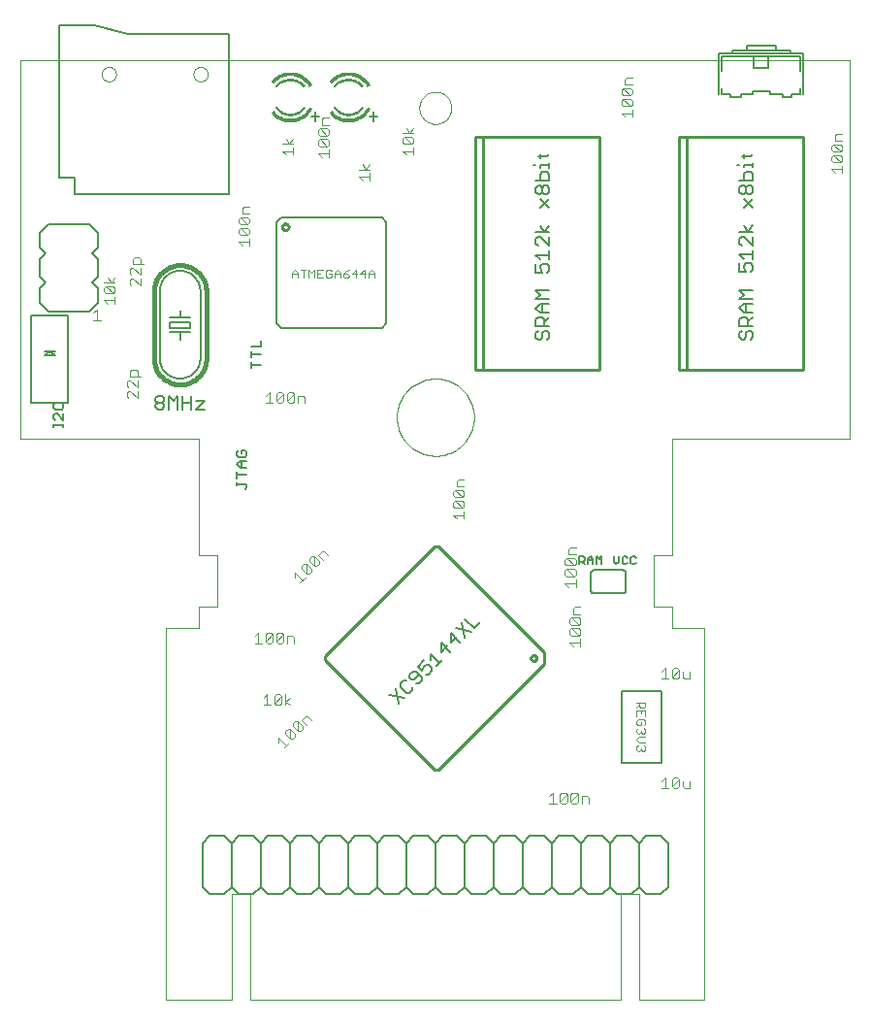
<source format=gto>
G75*
%MOIN*%
%OFA0B0*%
%FSLAX24Y24*%
%IPPOS*%
%LPD*%
%AMOC8*
5,1,8,0,0,1.08239X$1,22.5*
%
%ADD10C,0.0000*%
%ADD11C,0.0100*%
%ADD12C,0.0050*%
%ADD13C,0.0080*%
%ADD14C,0.0030*%
%ADD15C,0.0060*%
%ADD16C,0.0070*%
%ADD17C,0.0160*%
%ADD18C,0.0006*%
%ADD19C,0.0010*%
D10*
X005180Y002550D02*
X007430Y002550D01*
X007430Y006175D01*
X008055Y006175D01*
X008055Y002550D01*
X020805Y002550D01*
X020805Y006175D01*
X021430Y006175D01*
X021430Y002550D01*
X023680Y002550D01*
X023680Y015300D01*
X022555Y015300D01*
X022555Y016050D01*
X021930Y016050D01*
X021930Y017800D01*
X022555Y017800D01*
X022555Y021800D01*
X028680Y021800D01*
X028680Y034800D01*
X000180Y034800D01*
X000180Y021800D01*
X006305Y021800D01*
X006305Y017800D01*
X006930Y017800D01*
X006930Y016050D01*
X006305Y016050D01*
X006305Y015300D01*
X005180Y015300D01*
X005180Y002550D01*
X013105Y022550D02*
X013107Y022622D01*
X013113Y022694D01*
X013123Y022766D01*
X013137Y022837D01*
X013154Y022907D01*
X013176Y022977D01*
X013201Y023044D01*
X013230Y023111D01*
X013262Y023176D01*
X013298Y023238D01*
X013337Y023299D01*
X013380Y023358D01*
X013425Y023414D01*
X013474Y023468D01*
X013526Y023518D01*
X013580Y023566D01*
X013637Y023611D01*
X013696Y023653D01*
X013757Y023691D01*
X013820Y023726D01*
X013886Y023758D01*
X013952Y023786D01*
X014021Y023810D01*
X014090Y023831D01*
X014160Y023847D01*
X014232Y023860D01*
X014304Y023869D01*
X014376Y023874D01*
X014448Y023875D01*
X014520Y023872D01*
X014592Y023865D01*
X014664Y023854D01*
X014735Y023839D01*
X014805Y023821D01*
X014874Y023798D01*
X014941Y023772D01*
X015007Y023743D01*
X015071Y023709D01*
X015134Y023673D01*
X015194Y023632D01*
X015252Y023589D01*
X015308Y023543D01*
X015360Y023493D01*
X015411Y023441D01*
X015458Y023386D01*
X015502Y023329D01*
X015543Y023269D01*
X015580Y023207D01*
X015615Y023143D01*
X015645Y023078D01*
X015672Y023011D01*
X015696Y022942D01*
X015715Y022872D01*
X015731Y022802D01*
X015743Y022730D01*
X015751Y022658D01*
X015755Y022586D01*
X015755Y022514D01*
X015751Y022442D01*
X015743Y022370D01*
X015731Y022298D01*
X015715Y022228D01*
X015696Y022158D01*
X015672Y022089D01*
X015645Y022022D01*
X015615Y021957D01*
X015580Y021893D01*
X015543Y021831D01*
X015502Y021771D01*
X015458Y021714D01*
X015411Y021659D01*
X015360Y021607D01*
X015308Y021557D01*
X015252Y021511D01*
X015194Y021468D01*
X015134Y021427D01*
X015071Y021391D01*
X015007Y021357D01*
X014941Y021328D01*
X014874Y021302D01*
X014805Y021279D01*
X014735Y021261D01*
X014664Y021246D01*
X014592Y021235D01*
X014520Y021228D01*
X014448Y021225D01*
X014376Y021226D01*
X014304Y021231D01*
X014232Y021240D01*
X014160Y021253D01*
X014090Y021269D01*
X014021Y021290D01*
X013952Y021314D01*
X013886Y021342D01*
X013820Y021374D01*
X013757Y021409D01*
X013696Y021447D01*
X013637Y021489D01*
X013580Y021534D01*
X013526Y021582D01*
X013474Y021632D01*
X013425Y021686D01*
X013380Y021742D01*
X013337Y021801D01*
X013298Y021862D01*
X013262Y021924D01*
X013230Y021989D01*
X013201Y022056D01*
X013176Y022123D01*
X013154Y022193D01*
X013137Y022263D01*
X013123Y022334D01*
X013113Y022406D01*
X013107Y022478D01*
X013105Y022550D01*
X013879Y033175D02*
X013881Y033222D01*
X013887Y033268D01*
X013897Y033314D01*
X013910Y033359D01*
X013928Y033402D01*
X013949Y033444D01*
X013973Y033484D01*
X014001Y033521D01*
X014032Y033556D01*
X014066Y033589D01*
X014102Y033618D01*
X014141Y033644D01*
X014182Y033667D01*
X014225Y033686D01*
X014269Y033702D01*
X014314Y033714D01*
X014360Y033722D01*
X014407Y033726D01*
X014453Y033726D01*
X014500Y033722D01*
X014546Y033714D01*
X014591Y033702D01*
X014635Y033686D01*
X014678Y033667D01*
X014719Y033644D01*
X014758Y033618D01*
X014794Y033589D01*
X014828Y033556D01*
X014859Y033521D01*
X014887Y033484D01*
X014911Y033444D01*
X014932Y033402D01*
X014950Y033359D01*
X014963Y033314D01*
X014973Y033268D01*
X014979Y033222D01*
X014981Y033175D01*
X014979Y033128D01*
X014973Y033082D01*
X014963Y033036D01*
X014950Y032991D01*
X014932Y032948D01*
X014911Y032906D01*
X014887Y032866D01*
X014859Y032829D01*
X014828Y032794D01*
X014794Y032761D01*
X014758Y032732D01*
X014719Y032706D01*
X014678Y032683D01*
X014635Y032664D01*
X014591Y032648D01*
X014546Y032636D01*
X014500Y032628D01*
X014453Y032624D01*
X014407Y032624D01*
X014360Y032628D01*
X014314Y032636D01*
X014269Y032648D01*
X014225Y032664D01*
X014182Y032683D01*
X014141Y032706D01*
X014102Y032732D01*
X014066Y032761D01*
X014032Y032794D01*
X014001Y032829D01*
X013973Y032866D01*
X013949Y032906D01*
X013928Y032948D01*
X013910Y032991D01*
X013897Y033036D01*
X013887Y033082D01*
X013881Y033128D01*
X013879Y033175D01*
X006113Y034330D02*
X006115Y034361D01*
X006121Y034391D01*
X006130Y034421D01*
X006143Y034449D01*
X006160Y034475D01*
X006180Y034498D01*
X006202Y034520D01*
X006227Y034538D01*
X006254Y034553D01*
X006283Y034564D01*
X006313Y034572D01*
X006344Y034576D01*
X006374Y034576D01*
X006405Y034572D01*
X006435Y034564D01*
X006464Y034553D01*
X006491Y034538D01*
X006516Y034520D01*
X006538Y034498D01*
X006558Y034475D01*
X006575Y034449D01*
X006588Y034421D01*
X006597Y034391D01*
X006603Y034361D01*
X006605Y034330D01*
X006603Y034299D01*
X006597Y034269D01*
X006588Y034239D01*
X006575Y034211D01*
X006558Y034185D01*
X006538Y034162D01*
X006516Y034140D01*
X006491Y034122D01*
X006464Y034107D01*
X006435Y034096D01*
X006405Y034088D01*
X006374Y034084D01*
X006344Y034084D01*
X006313Y034088D01*
X006283Y034096D01*
X006254Y034107D01*
X006227Y034122D01*
X006202Y034140D01*
X006180Y034162D01*
X006160Y034185D01*
X006143Y034211D01*
X006130Y034239D01*
X006121Y034269D01*
X006115Y034299D01*
X006113Y034330D01*
X002964Y034330D02*
X002966Y034361D01*
X002972Y034391D01*
X002981Y034421D01*
X002994Y034449D01*
X003011Y034475D01*
X003031Y034498D01*
X003053Y034520D01*
X003078Y034538D01*
X003105Y034553D01*
X003134Y034564D01*
X003164Y034572D01*
X003195Y034576D01*
X003225Y034576D01*
X003256Y034572D01*
X003286Y034564D01*
X003315Y034553D01*
X003342Y034538D01*
X003367Y034520D01*
X003389Y034498D01*
X003409Y034475D01*
X003426Y034449D01*
X003439Y034421D01*
X003448Y034391D01*
X003454Y034361D01*
X003456Y034330D01*
X003454Y034299D01*
X003448Y034269D01*
X003439Y034239D01*
X003426Y034211D01*
X003409Y034185D01*
X003389Y034162D01*
X003367Y034140D01*
X003342Y034122D01*
X003315Y034107D01*
X003286Y034096D01*
X003256Y034088D01*
X003225Y034084D01*
X003195Y034084D01*
X003164Y034088D01*
X003134Y034096D01*
X003105Y034107D01*
X003078Y034122D01*
X003053Y034140D01*
X003031Y034162D01*
X003011Y034185D01*
X002994Y034211D01*
X002981Y034239D01*
X002972Y034269D01*
X002966Y034299D01*
X002964Y034330D01*
D11*
X009166Y029086D02*
X009168Y029106D01*
X009173Y029126D01*
X009183Y029144D01*
X009195Y029161D01*
X009210Y029175D01*
X009228Y029185D01*
X009247Y029193D01*
X009267Y029197D01*
X009287Y029197D01*
X009307Y029193D01*
X009326Y029185D01*
X009344Y029175D01*
X009359Y029161D01*
X009371Y029144D01*
X009381Y029126D01*
X009386Y029106D01*
X009388Y029086D01*
X009386Y029066D01*
X009381Y029046D01*
X009371Y029028D01*
X009359Y029011D01*
X009344Y028997D01*
X009326Y028987D01*
X009307Y028979D01*
X009287Y028975D01*
X009267Y028975D01*
X009247Y028979D01*
X009228Y028987D01*
X009210Y028997D01*
X009195Y029011D01*
X009183Y029028D01*
X009173Y029046D01*
X009168Y029066D01*
X009166Y029086D01*
X015805Y032175D02*
X015805Y024175D01*
X016055Y024175D01*
X016055Y032175D01*
X015805Y032175D01*
X016055Y032175D02*
X020055Y032175D01*
X020055Y024175D01*
X016055Y024175D01*
X014541Y018108D02*
X014402Y018108D01*
X010643Y014350D01*
X010643Y014211D01*
X014402Y010452D01*
X014541Y010452D01*
X018160Y014072D01*
X018160Y014489D01*
X014541Y018108D01*
X017714Y014280D02*
X017716Y014299D01*
X017721Y014318D01*
X017731Y014334D01*
X017743Y014349D01*
X017758Y014361D01*
X017774Y014371D01*
X017793Y014376D01*
X017812Y014378D01*
X017831Y014376D01*
X017850Y014371D01*
X017866Y014361D01*
X017881Y014349D01*
X017893Y014334D01*
X017903Y014318D01*
X017908Y014299D01*
X017910Y014280D01*
X017908Y014261D01*
X017903Y014242D01*
X017893Y014226D01*
X017881Y014211D01*
X017866Y014199D01*
X017850Y014189D01*
X017831Y014184D01*
X017812Y014182D01*
X017793Y014184D01*
X017774Y014189D01*
X017758Y014199D01*
X017743Y014211D01*
X017731Y014226D01*
X017721Y014242D01*
X017716Y014261D01*
X017714Y014280D01*
X022805Y024175D02*
X022805Y032175D01*
X023055Y032175D01*
X023055Y024175D01*
X022805Y024175D01*
X023055Y024175D02*
X027055Y024175D01*
X027055Y032175D01*
X023055Y032175D01*
D12*
X024805Y031211D02*
X024880Y031211D01*
X025030Y031211D02*
X025330Y031211D01*
X025330Y031136D02*
X025330Y031286D01*
X025255Y031518D02*
X024955Y031518D01*
X025030Y031443D02*
X025030Y031593D01*
X025255Y031518D02*
X025330Y031593D01*
X025030Y031211D02*
X025030Y031136D01*
X025105Y030976D02*
X025030Y030901D01*
X025030Y030676D01*
X024880Y030676D02*
X025330Y030676D01*
X025330Y030901D01*
X025255Y030976D01*
X025105Y030976D01*
X025180Y030516D02*
X025105Y030441D01*
X025105Y030290D01*
X025030Y030215D01*
X024955Y030215D01*
X024880Y030290D01*
X024880Y030441D01*
X024955Y030516D01*
X025030Y030516D01*
X025105Y030441D01*
X025180Y030516D02*
X025255Y030516D01*
X025330Y030441D01*
X025330Y030290D01*
X025255Y030215D01*
X025180Y030215D01*
X025105Y030290D01*
X025030Y030055D02*
X025330Y029755D01*
X025030Y029755D02*
X025330Y030055D01*
X025330Y029136D02*
X025180Y028911D01*
X025030Y029136D01*
X024880Y028911D02*
X025330Y028911D01*
X025330Y028751D02*
X025330Y028451D01*
X025030Y028751D01*
X024955Y028751D01*
X024880Y028676D01*
X024880Y028526D01*
X024955Y028451D01*
X024880Y028140D02*
X025330Y028140D01*
X025330Y027990D02*
X025330Y028290D01*
X025030Y027990D02*
X024880Y028140D01*
X024880Y027830D02*
X024880Y027530D01*
X025105Y027530D01*
X025030Y027680D01*
X025030Y027755D01*
X025105Y027830D01*
X025255Y027830D01*
X025330Y027755D01*
X025330Y027605D01*
X025255Y027530D01*
X025330Y026909D02*
X024880Y026909D01*
X025030Y026759D01*
X024880Y026609D01*
X025330Y026609D01*
X025330Y026449D02*
X025030Y026449D01*
X024880Y026299D01*
X025030Y026149D01*
X025330Y026149D01*
X025330Y025988D02*
X025180Y025838D01*
X025180Y025913D02*
X025180Y025688D01*
X025330Y025688D02*
X024880Y025688D01*
X024880Y025913D01*
X024955Y025988D01*
X025105Y025988D01*
X025180Y025913D01*
X025105Y026149D02*
X025105Y026449D01*
X025180Y025528D02*
X025105Y025453D01*
X025105Y025303D01*
X025030Y025228D01*
X024955Y025228D01*
X024880Y025303D01*
X024880Y025453D01*
X024955Y025528D01*
X025180Y025528D02*
X025255Y025528D01*
X025330Y025453D01*
X025330Y025303D01*
X025255Y025228D01*
X018330Y025290D02*
X018255Y025215D01*
X018330Y025290D02*
X018330Y025440D01*
X018255Y025516D01*
X018180Y025516D01*
X018105Y025440D01*
X018105Y025290D01*
X018030Y025215D01*
X017955Y025215D01*
X017880Y025290D01*
X017880Y025440D01*
X017955Y025516D01*
X017880Y025676D02*
X017880Y025901D01*
X017955Y025976D01*
X018105Y025976D01*
X018180Y025901D01*
X018180Y025676D01*
X018180Y025826D02*
X018330Y025976D01*
X018330Y026136D02*
X018030Y026136D01*
X017880Y026286D01*
X018030Y026436D01*
X018330Y026436D01*
X018330Y026596D02*
X017880Y026596D01*
X018030Y026747D01*
X017880Y026897D01*
X018330Y026897D01*
X018105Y026436D02*
X018105Y026136D01*
X018330Y025676D02*
X017880Y025676D01*
X017880Y027517D02*
X018105Y027517D01*
X018030Y027667D01*
X018030Y027742D01*
X018105Y027817D01*
X018255Y027817D01*
X018330Y027742D01*
X018330Y027592D01*
X018255Y027517D01*
X018330Y027978D02*
X018330Y028278D01*
X018330Y028128D02*
X017880Y028128D01*
X018030Y027978D01*
X017880Y027817D02*
X017880Y027517D01*
X017955Y028438D02*
X017880Y028513D01*
X017880Y028663D01*
X017955Y028738D01*
X018030Y028738D01*
X018330Y028438D01*
X018330Y028738D01*
X018330Y028898D02*
X017880Y028898D01*
X018030Y029124D02*
X018180Y028898D01*
X018330Y029124D01*
X018330Y029742D02*
X018030Y030043D01*
X018030Y030203D02*
X017955Y030203D01*
X017880Y030278D01*
X017880Y030428D01*
X017955Y030503D01*
X018030Y030503D01*
X018105Y030428D01*
X018105Y030278D01*
X018030Y030203D01*
X018105Y030278D02*
X018180Y030203D01*
X018255Y030203D01*
X018330Y030278D01*
X018330Y030428D01*
X018255Y030503D01*
X018180Y030503D01*
X018105Y030428D01*
X018030Y030663D02*
X018030Y030888D01*
X018105Y030963D01*
X018255Y030963D01*
X018330Y030888D01*
X018330Y030663D01*
X017880Y030663D01*
X018030Y031124D02*
X018030Y031199D01*
X018330Y031199D01*
X018330Y031124D02*
X018330Y031274D01*
X018255Y031506D02*
X017955Y031506D01*
X018030Y031431D02*
X018030Y031581D01*
X018255Y031506D02*
X018330Y031581D01*
X017880Y031199D02*
X017805Y031199D01*
X018330Y030043D02*
X018030Y029742D01*
X012450Y032870D02*
X012160Y032870D01*
X012310Y032720D02*
X012310Y033030D01*
X010450Y032870D02*
X010160Y032870D01*
X010310Y032720D02*
X010310Y033030D01*
X007343Y035707D02*
X007343Y030196D01*
X002028Y030196D01*
X002028Y030767D01*
X001517Y030767D01*
X001517Y036022D01*
X002698Y036022D01*
X003879Y035707D01*
X007343Y035707D01*
X002530Y029175D02*
X002830Y028875D01*
X002830Y028375D01*
X002630Y028175D01*
X002830Y027975D01*
X002830Y027375D01*
X002630Y027175D01*
X002830Y026975D01*
X002830Y026475D01*
X002530Y026175D01*
X001130Y026175D01*
X000830Y026475D01*
X000830Y026975D01*
X001030Y027175D01*
X000830Y027375D01*
X000830Y027975D01*
X001030Y028175D01*
X000830Y028375D01*
X000830Y028875D01*
X001130Y029175D01*
X002530Y029175D01*
X001810Y026042D02*
X000729Y026042D01*
X000550Y026042D01*
X000550Y023048D01*
X001729Y023048D01*
X001706Y023048D01*
X001729Y023048D02*
X001810Y023048D01*
X001810Y026042D01*
X000729Y026042D02*
X000631Y026042D01*
X001005Y024825D02*
X001355Y024825D01*
X001355Y024675D02*
X001180Y024825D01*
X001005Y024675D01*
X001355Y024675D01*
X004813Y023200D02*
X004813Y023125D01*
X004888Y023050D01*
X005039Y023050D01*
X005114Y022975D01*
X005114Y022900D01*
X005039Y022825D01*
X004888Y022825D01*
X004813Y022900D01*
X004813Y022975D01*
X004888Y023050D01*
X005039Y023050D02*
X005114Y023125D01*
X005114Y023200D01*
X005039Y023275D01*
X004888Y023275D01*
X004813Y023200D01*
X005274Y023275D02*
X005424Y023125D01*
X005574Y023275D01*
X005574Y022825D01*
X005734Y022825D02*
X005734Y023275D01*
X005734Y023050D02*
X006034Y023050D01*
X006195Y023125D02*
X006495Y023125D01*
X006195Y022825D01*
X006495Y022825D01*
X006034Y022825D02*
X006034Y023275D01*
X005274Y023275D02*
X005274Y022825D01*
X013330Y013502D02*
X013223Y013396D01*
X013223Y013290D01*
X013436Y013077D01*
X013542Y013077D01*
X013648Y013183D01*
X013648Y013290D01*
X013761Y013403D02*
X013867Y013403D01*
X013974Y013509D01*
X013974Y013615D01*
X013761Y013827D01*
X013655Y013827D01*
X013549Y013721D01*
X013549Y013615D01*
X013602Y013562D01*
X013708Y013562D01*
X013867Y013721D01*
X013981Y013835D02*
X013821Y013994D01*
X014034Y014206D01*
X014087Y014047D02*
X014193Y014047D01*
X014299Y013941D01*
X014299Y013835D01*
X014193Y013728D01*
X014087Y013728D01*
X013981Y013835D02*
X014034Y013994D01*
X014087Y014047D01*
X014253Y014213D02*
X014253Y014425D01*
X014572Y014107D01*
X014678Y014213D02*
X014465Y014001D01*
X014632Y014486D02*
X014844Y014698D01*
X014957Y014811D02*
X015170Y015023D01*
X015276Y014811D02*
X014957Y015130D01*
X014957Y014811D01*
X014950Y014486D02*
X014632Y014804D01*
X014632Y014486D01*
X015124Y015296D02*
X015654Y015190D01*
X015768Y015303D02*
X015980Y015515D01*
X015768Y015303D02*
X015449Y015621D01*
X015336Y015508D02*
X015442Y014977D01*
X013436Y013502D02*
X013330Y013502D01*
X013057Y013229D02*
X013163Y012699D01*
X013376Y012911D02*
X012845Y013017D01*
D13*
X012680Y008175D02*
X013180Y008175D01*
X013430Y007925D01*
X013430Y006425D01*
X013180Y006175D01*
X012680Y006175D01*
X012430Y006425D01*
X012430Y007925D01*
X012680Y008175D01*
X012430Y007925D02*
X012180Y008175D01*
X011680Y008175D01*
X011430Y007925D01*
X011430Y006425D01*
X011180Y006175D01*
X010680Y006175D01*
X010430Y006425D01*
X010430Y007925D01*
X010680Y008175D01*
X011180Y008175D01*
X011430Y007925D01*
X010430Y007925D02*
X010180Y008175D01*
X009680Y008175D01*
X009430Y007925D01*
X009430Y006425D01*
X009180Y006175D01*
X008680Y006175D01*
X008430Y006425D01*
X008430Y007925D01*
X008680Y008175D01*
X009180Y008175D01*
X009430Y007925D01*
X008430Y007925D02*
X008180Y008175D01*
X007680Y008175D01*
X007430Y007925D01*
X007430Y006425D01*
X007180Y006175D01*
X006680Y006175D01*
X006430Y006425D01*
X006430Y007925D01*
X006680Y008175D01*
X007180Y008175D01*
X007430Y007925D01*
X007430Y006425D02*
X007680Y006175D01*
X008180Y006175D01*
X008430Y006425D01*
X009430Y006425D02*
X009680Y006175D01*
X010180Y006175D01*
X010430Y006425D01*
X011430Y006425D02*
X011680Y006175D01*
X012180Y006175D01*
X012430Y006425D01*
X013430Y006425D02*
X013680Y006175D01*
X014180Y006175D01*
X014430Y006425D01*
X014430Y007925D01*
X014680Y008175D01*
X015180Y008175D01*
X015430Y007925D01*
X015430Y006425D01*
X015180Y006175D01*
X014680Y006175D01*
X014430Y006425D01*
X015430Y006425D02*
X015680Y006175D01*
X016180Y006175D01*
X016430Y006425D01*
X016430Y007925D01*
X016180Y008175D01*
X015680Y008175D01*
X015430Y007925D01*
X014430Y007925D02*
X014180Y008175D01*
X013680Y008175D01*
X013430Y007925D01*
X016430Y007925D02*
X016680Y008175D01*
X017180Y008175D01*
X017430Y007925D01*
X017430Y006425D01*
X017180Y006175D01*
X016680Y006175D01*
X016430Y006425D01*
X017430Y006425D02*
X017680Y006175D01*
X018180Y006175D01*
X018430Y006425D01*
X018430Y007925D01*
X018180Y008175D01*
X017680Y008175D01*
X017430Y007925D01*
X018430Y007925D02*
X018680Y008175D01*
X019180Y008175D01*
X019430Y007925D01*
X019430Y006425D01*
X019180Y006175D01*
X018680Y006175D01*
X018430Y006425D01*
X019430Y006425D02*
X019680Y006175D01*
X020180Y006175D01*
X020430Y006425D01*
X020430Y007925D01*
X020180Y008175D01*
X019680Y008175D01*
X019430Y007925D01*
X020430Y007925D02*
X020680Y008175D01*
X021180Y008175D01*
X021430Y007925D01*
X021430Y006425D01*
X021180Y006175D01*
X020680Y006175D01*
X020430Y006425D01*
X021430Y006425D02*
X021680Y006175D01*
X022180Y006175D01*
X022430Y006425D01*
X022430Y007925D01*
X022180Y008175D01*
X021680Y008175D01*
X021430Y007925D01*
X012584Y025622D02*
X009120Y025622D01*
X008962Y025779D01*
X008962Y029244D01*
X009120Y029401D01*
X012584Y029401D01*
X012742Y029244D01*
X012742Y025779D01*
X012584Y025622D01*
D14*
X012338Y027330D02*
X012338Y027523D01*
X012241Y027620D01*
X012144Y027523D01*
X012144Y027330D01*
X012144Y027475D02*
X012338Y027475D01*
X012043Y027475D02*
X011849Y027475D01*
X011995Y027620D01*
X011995Y027330D01*
X011748Y027475D02*
X011555Y027475D01*
X011700Y027620D01*
X011700Y027330D01*
X011454Y027378D02*
X011454Y027426D01*
X011405Y027475D01*
X011260Y027475D01*
X011260Y027378D01*
X011308Y027330D01*
X011405Y027330D01*
X011454Y027378D01*
X011357Y027571D02*
X011260Y027475D01*
X011159Y027475D02*
X010965Y027475D01*
X010965Y027523D02*
X011062Y027620D01*
X011159Y027523D01*
X011159Y027330D01*
X010965Y027330D02*
X010965Y027523D01*
X010864Y027475D02*
X010768Y027475D01*
X010864Y027475D02*
X010864Y027378D01*
X010816Y027330D01*
X010719Y027330D01*
X010671Y027378D01*
X010671Y027571D01*
X010719Y027620D01*
X010816Y027620D01*
X010864Y027571D01*
X010570Y027620D02*
X010376Y027620D01*
X010376Y027330D01*
X010570Y027330D01*
X010473Y027475D02*
X010376Y027475D01*
X010275Y027620D02*
X010275Y027330D01*
X010081Y027330D02*
X010081Y027620D01*
X010178Y027523D01*
X010275Y027620D01*
X009980Y027620D02*
X009787Y027620D01*
X009884Y027620D02*
X009884Y027330D01*
X009686Y027330D02*
X009686Y027523D01*
X009589Y027620D01*
X009492Y027523D01*
X009492Y027330D01*
X009492Y027475D02*
X009686Y027475D01*
X011357Y027571D02*
X011454Y027620D01*
X011918Y030690D02*
X011795Y030813D01*
X012165Y030813D01*
X012165Y030690D02*
X012165Y030937D01*
X012165Y031058D02*
X011795Y031058D01*
X011918Y031243D02*
X012042Y031058D01*
X012165Y031243D01*
X013295Y031688D02*
X013665Y031688D01*
X013665Y031565D02*
X013665Y031812D01*
X013603Y031933D02*
X013356Y032180D01*
X013603Y032180D01*
X013665Y032118D01*
X013665Y031995D01*
X013603Y031933D01*
X013356Y031933D01*
X013295Y031995D01*
X013295Y032118D01*
X013356Y032180D01*
X013295Y032302D02*
X013665Y032302D01*
X013542Y032302D02*
X013665Y032487D01*
X013542Y032302D02*
X013418Y032487D01*
X013295Y031688D02*
X013418Y031565D01*
X010765Y031613D02*
X010395Y031613D01*
X010518Y031490D01*
X010765Y031490D02*
X010765Y031737D01*
X010703Y031858D02*
X010456Y032105D01*
X010703Y032105D01*
X010765Y032043D01*
X010765Y031920D01*
X010703Y031858D01*
X010456Y031858D01*
X010395Y031920D01*
X010395Y032043D01*
X010456Y032105D01*
X010456Y032227D02*
X010395Y032288D01*
X010395Y032412D01*
X010456Y032474D01*
X010703Y032227D01*
X010765Y032288D01*
X010765Y032412D01*
X010703Y032474D01*
X010456Y032474D01*
X010518Y032595D02*
X010518Y032780D01*
X010580Y032842D01*
X010765Y032842D01*
X010765Y032595D02*
X010518Y032595D01*
X010456Y032227D02*
X010703Y032227D01*
X009540Y032118D02*
X009417Y031933D01*
X009293Y032118D01*
X009170Y031933D02*
X009540Y031933D01*
X009540Y031812D02*
X009540Y031565D01*
X009540Y031688D02*
X009170Y031688D01*
X009293Y031565D01*
X008040Y029792D02*
X007855Y029792D01*
X007793Y029730D01*
X007793Y029545D01*
X008040Y029545D01*
X007978Y029424D02*
X008040Y029362D01*
X008040Y029238D01*
X007978Y029177D01*
X007731Y029424D01*
X007978Y029424D01*
X007731Y029424D02*
X007670Y029362D01*
X007670Y029238D01*
X007731Y029177D01*
X007978Y029177D01*
X007978Y029055D02*
X008040Y028993D01*
X008040Y028870D01*
X007978Y028808D01*
X007731Y029055D01*
X007978Y029055D01*
X007731Y029055D02*
X007670Y028993D01*
X007670Y028870D01*
X007731Y028808D01*
X007978Y028808D01*
X008040Y028687D02*
X008040Y028440D01*
X008040Y028563D02*
X007670Y028563D01*
X007793Y028440D01*
X004413Y027802D02*
X004043Y027802D01*
X004043Y027987D01*
X004105Y028049D01*
X004228Y028049D01*
X004290Y027987D01*
X004290Y027802D01*
X004290Y027680D02*
X004290Y027433D01*
X004043Y027680D01*
X003981Y027680D01*
X003920Y027618D01*
X003920Y027495D01*
X003981Y027433D01*
X003981Y027312D02*
X003920Y027250D01*
X003920Y027127D01*
X003981Y027065D01*
X003981Y027312D02*
X004043Y027312D01*
X004290Y027065D01*
X004290Y027312D01*
X003415Y027362D02*
X003292Y027177D01*
X003168Y027362D01*
X003045Y027177D02*
X003415Y027177D01*
X003353Y027055D02*
X003106Y027055D01*
X003353Y026808D01*
X003415Y026870D01*
X003415Y026993D01*
X003353Y027055D01*
X003106Y027055D02*
X003045Y026993D01*
X003045Y026870D01*
X003106Y026808D01*
X003353Y026808D01*
X003415Y026687D02*
X003415Y026440D01*
X003415Y026563D02*
X003045Y026563D01*
X003168Y026440D01*
X002800Y026260D02*
X002800Y025890D01*
X002677Y025890D02*
X002924Y025890D01*
X002677Y026137D02*
X002800Y026260D01*
X004005Y024194D02*
X004128Y024194D01*
X004190Y024132D01*
X004190Y023947D01*
X004190Y023825D02*
X004190Y023578D01*
X003943Y023825D01*
X003881Y023825D01*
X003820Y023764D01*
X003820Y023640D01*
X003881Y023578D01*
X003881Y023457D02*
X003820Y023395D01*
X003820Y023272D01*
X003881Y023210D01*
X003881Y023457D02*
X003943Y023457D01*
X004190Y023210D01*
X004190Y023457D01*
X004313Y023947D02*
X003943Y023947D01*
X003943Y024132D01*
X004005Y024194D01*
X008597Y023287D02*
X008720Y023410D01*
X008720Y023040D01*
X008597Y023040D02*
X008844Y023040D01*
X008965Y023102D02*
X009212Y023349D01*
X009212Y023102D01*
X009150Y023040D01*
X009027Y023040D01*
X008965Y023102D01*
X008965Y023349D01*
X009027Y023410D01*
X009150Y023410D01*
X009212Y023349D01*
X009333Y023349D02*
X009333Y023102D01*
X009580Y023349D01*
X009580Y023102D01*
X009519Y023040D01*
X009395Y023040D01*
X009333Y023102D01*
X009333Y023349D02*
X009395Y023410D01*
X009519Y023410D01*
X009580Y023349D01*
X009702Y023287D02*
X009887Y023287D01*
X009949Y023225D01*
X009949Y023040D01*
X009702Y023040D02*
X009702Y023287D01*
X010519Y017952D02*
X010388Y017821D01*
X010562Y017647D01*
X010433Y017604D02*
X010433Y017517D01*
X010345Y017430D01*
X010258Y017430D01*
X010258Y017779D01*
X010433Y017604D01*
X010258Y017430D02*
X010084Y017604D01*
X010084Y017692D01*
X010171Y017779D01*
X010258Y017779D01*
X010519Y017952D02*
X010606Y017952D01*
X010737Y017821D01*
X010172Y017344D02*
X010172Y017257D01*
X010085Y017169D01*
X009998Y017169D01*
X009998Y017519D01*
X010172Y017344D01*
X009998Y017519D02*
X009910Y017519D01*
X009823Y017431D01*
X009823Y017344D01*
X009998Y017169D01*
X009955Y017040D02*
X009781Y016865D01*
X009868Y016953D02*
X009606Y017214D01*
X009606Y017040D01*
X009144Y015160D02*
X009205Y015099D01*
X008958Y014852D01*
X009020Y014790D01*
X009144Y014790D01*
X009205Y014852D01*
X009205Y015099D01*
X009144Y015160D02*
X009020Y015160D01*
X008958Y015099D01*
X008958Y014852D01*
X008837Y014852D02*
X008775Y014790D01*
X008652Y014790D01*
X008590Y014852D01*
X008837Y015099D01*
X008837Y014852D01*
X008837Y015099D02*
X008775Y015160D01*
X008652Y015160D01*
X008590Y015099D01*
X008590Y014852D01*
X008469Y014790D02*
X008222Y014790D01*
X008345Y014790D02*
X008345Y015160D01*
X008222Y015037D01*
X009327Y015037D02*
X009327Y014790D01*
X009574Y014790D02*
X009574Y014975D01*
X009512Y015037D01*
X009327Y015037D01*
X009263Y013035D02*
X009263Y012665D01*
X009263Y012788D02*
X009448Y012912D01*
X009263Y012788D02*
X009448Y012665D01*
X009142Y012727D02*
X009080Y012665D01*
X008956Y012665D01*
X008895Y012727D01*
X009142Y012974D01*
X009142Y012727D01*
X009142Y012974D02*
X009080Y013035D01*
X008956Y013035D01*
X008895Y012974D01*
X008895Y012727D01*
X008773Y012665D02*
X008526Y012665D01*
X008650Y012665D02*
X008650Y013035D01*
X008526Y012912D01*
X009352Y011857D02*
X009440Y011857D01*
X009440Y011508D01*
X009527Y011508D01*
X009614Y011595D01*
X009614Y011682D01*
X009440Y011857D01*
X009352Y011857D02*
X009265Y011770D01*
X009265Y011682D01*
X009440Y011508D01*
X009397Y011378D02*
X009223Y011204D01*
X009310Y011291D02*
X009048Y011553D01*
X009048Y011378D01*
X009526Y011943D02*
X009526Y012030D01*
X009613Y012117D01*
X009700Y012117D01*
X009700Y011768D01*
X009787Y011768D01*
X009875Y011856D01*
X009875Y011943D01*
X009700Y012117D01*
X009830Y012160D02*
X009961Y012291D01*
X010048Y012291D01*
X010179Y012160D01*
X010004Y011985D02*
X009830Y012160D01*
X009526Y011943D02*
X009700Y011768D01*
X015168Y019065D02*
X015045Y019188D01*
X015415Y019188D01*
X015415Y019065D02*
X015415Y019312D01*
X015353Y019433D02*
X015106Y019680D01*
X015353Y019680D01*
X015415Y019618D01*
X015415Y019495D01*
X015353Y019433D01*
X015106Y019433D01*
X015045Y019495D01*
X015045Y019618D01*
X015106Y019680D01*
X015106Y019802D02*
X015045Y019863D01*
X015045Y019987D01*
X015106Y020049D01*
X015353Y019802D01*
X015415Y019863D01*
X015415Y019987D01*
X015353Y020049D01*
X015106Y020049D01*
X015168Y020170D02*
X015168Y020355D01*
X015230Y020417D01*
X015415Y020417D01*
X015415Y020170D02*
X015168Y020170D01*
X015106Y019802D02*
X015353Y019802D01*
X019007Y018017D02*
X019068Y018078D01*
X019253Y018078D01*
X019253Y017832D02*
X019007Y017832D01*
X019007Y018017D01*
X018945Y017710D02*
X019192Y017463D01*
X019253Y017525D01*
X019253Y017648D01*
X019192Y017710D01*
X018945Y017710D01*
X018883Y017648D01*
X018883Y017525D01*
X018945Y017463D01*
X019192Y017463D01*
X019192Y017342D02*
X018945Y017342D01*
X019192Y017095D01*
X019253Y017157D01*
X019253Y017280D01*
X019192Y017342D01*
X019192Y017095D02*
X018945Y017095D01*
X018883Y017157D01*
X018883Y017280D01*
X018945Y017342D01*
X019253Y016973D02*
X019253Y016727D01*
X019253Y016850D02*
X018883Y016850D01*
X019007Y016727D01*
X019230Y016042D02*
X019415Y016042D01*
X019230Y016042D02*
X019168Y015980D01*
X019168Y015795D01*
X019415Y015795D01*
X019353Y015674D02*
X019415Y015612D01*
X019415Y015488D01*
X019353Y015427D01*
X019106Y015674D01*
X019353Y015674D01*
X019106Y015674D02*
X019045Y015612D01*
X019045Y015488D01*
X019106Y015427D01*
X019353Y015427D01*
X019353Y015305D02*
X019415Y015243D01*
X019415Y015120D01*
X019353Y015058D01*
X019106Y015305D01*
X019353Y015305D01*
X019106Y015305D02*
X019045Y015243D01*
X019045Y015120D01*
X019106Y015058D01*
X019353Y015058D01*
X019415Y014937D02*
X019415Y014690D01*
X019415Y014813D02*
X019045Y014813D01*
X019168Y014690D01*
X021345Y012760D02*
X021635Y012760D01*
X021635Y012615D01*
X021587Y012567D01*
X021490Y012567D01*
X021442Y012615D01*
X021442Y012760D01*
X021442Y012663D02*
X021345Y012567D01*
X021345Y012465D02*
X021345Y012272D01*
X021393Y012171D02*
X021345Y012122D01*
X021345Y012026D01*
X021393Y011977D01*
X021490Y011977D01*
X021490Y012074D01*
X021587Y012171D02*
X021393Y012171D01*
X021587Y012171D02*
X021635Y012122D01*
X021635Y012026D01*
X021587Y011977D01*
X021587Y011876D02*
X021635Y011828D01*
X021635Y011731D01*
X021587Y011683D01*
X021538Y011683D01*
X021490Y011731D01*
X021442Y011683D01*
X021393Y011683D01*
X021345Y011731D01*
X021345Y011828D01*
X021393Y011876D01*
X021490Y011779D02*
X021490Y011731D01*
X021442Y011581D02*
X021345Y011485D01*
X021442Y011388D01*
X021635Y011388D01*
X021587Y011287D02*
X021635Y011238D01*
X021635Y011142D01*
X021587Y011093D01*
X021538Y011093D01*
X021490Y011142D01*
X021442Y011093D01*
X021393Y011093D01*
X021345Y011142D01*
X021345Y011238D01*
X021393Y011287D01*
X021490Y011190D02*
X021490Y011142D01*
X021442Y011581D02*
X021635Y011581D01*
X021635Y012272D02*
X021635Y012465D01*
X021345Y012465D01*
X021490Y012465D02*
X021490Y012369D01*
X022195Y013565D02*
X022442Y013565D01*
X022318Y013565D02*
X022318Y013935D01*
X022195Y013812D01*
X022563Y013874D02*
X022563Y013627D01*
X022810Y013874D01*
X022810Y013627D01*
X022748Y013565D01*
X022625Y013565D01*
X022563Y013627D01*
X022563Y013874D02*
X022625Y013935D01*
X022748Y013935D01*
X022810Y013874D01*
X022932Y013812D02*
X022932Y013627D01*
X022993Y013565D01*
X023179Y013565D01*
X023179Y013812D01*
X022748Y010185D02*
X022810Y010124D01*
X022563Y009877D01*
X022625Y009815D01*
X022748Y009815D01*
X022810Y009877D01*
X022810Y010124D01*
X022748Y010185D02*
X022625Y010185D01*
X022563Y010124D01*
X022563Y009877D01*
X022442Y009815D02*
X022195Y009815D01*
X022318Y009815D02*
X022318Y010185D01*
X022195Y010062D01*
X022932Y010062D02*
X022932Y009877D01*
X022993Y009815D01*
X023179Y009815D01*
X023179Y010062D01*
X019699Y009475D02*
X019699Y009290D01*
X019699Y009475D02*
X019637Y009537D01*
X019452Y009537D01*
X019452Y009290D01*
X019330Y009352D02*
X019330Y009599D01*
X019083Y009352D01*
X019145Y009290D01*
X019269Y009290D01*
X019330Y009352D01*
X019330Y009599D02*
X019269Y009660D01*
X019145Y009660D01*
X019083Y009599D01*
X019083Y009352D01*
X018962Y009352D02*
X018962Y009599D01*
X018715Y009352D01*
X018777Y009290D01*
X018900Y009290D01*
X018962Y009352D01*
X018962Y009599D02*
X018900Y009660D01*
X018777Y009660D01*
X018715Y009599D01*
X018715Y009352D01*
X018594Y009290D02*
X018347Y009290D01*
X018470Y009290D02*
X018470Y009660D01*
X018347Y009537D01*
X028168Y030940D02*
X028045Y031063D01*
X028415Y031063D01*
X028415Y030940D02*
X028415Y031187D01*
X028353Y031308D02*
X028106Y031555D01*
X028353Y031555D01*
X028415Y031493D01*
X028415Y031370D01*
X028353Y031308D01*
X028106Y031308D01*
X028045Y031370D01*
X028045Y031493D01*
X028106Y031555D01*
X028106Y031677D02*
X028045Y031738D01*
X028045Y031862D01*
X028106Y031924D01*
X028353Y031677D01*
X028415Y031738D01*
X028415Y031862D01*
X028353Y031924D01*
X028106Y031924D01*
X028168Y032045D02*
X028168Y032230D01*
X028230Y032292D01*
X028415Y032292D01*
X028415Y032045D02*
X028168Y032045D01*
X028106Y031677D02*
X028353Y031677D01*
X021190Y032865D02*
X021190Y033112D01*
X021190Y032988D02*
X020820Y032988D01*
X020943Y032865D01*
X020881Y033233D02*
X020820Y033295D01*
X020820Y033418D01*
X020881Y033480D01*
X021128Y033233D01*
X021190Y033295D01*
X021190Y033418D01*
X021128Y033480D01*
X020881Y033480D01*
X020881Y033602D02*
X020820Y033663D01*
X020820Y033787D01*
X020881Y033849D01*
X021128Y033602D01*
X021190Y033663D01*
X021190Y033787D01*
X021128Y033849D01*
X020881Y033849D01*
X020943Y033970D02*
X020943Y034155D01*
X021005Y034217D01*
X021190Y034217D01*
X021190Y033970D02*
X020943Y033970D01*
X020881Y033602D02*
X021128Y033602D01*
X021128Y033233D02*
X020881Y033233D01*
D15*
X024180Y033650D02*
X024180Y035050D01*
X024630Y035050D01*
X027080Y035050D01*
X027080Y033650D01*
X026980Y033650D02*
X026980Y033850D01*
X026980Y033650D02*
X026680Y033650D01*
X026680Y033550D01*
X026380Y033550D01*
X026380Y033650D01*
X025930Y033650D01*
X025930Y033750D01*
X025330Y033750D01*
X025330Y033650D01*
X024930Y033650D01*
X024930Y033550D01*
X024580Y033550D01*
X024580Y033650D01*
X024280Y033650D01*
X024280Y033850D01*
X024280Y034450D02*
X024280Y034950D01*
X025380Y034950D01*
X025380Y034550D01*
X025880Y034550D01*
X025880Y034950D01*
X025380Y034950D01*
X025130Y035150D02*
X024630Y035150D01*
X024630Y035050D01*
X025130Y035150D02*
X025130Y035300D01*
X026130Y035300D01*
X026130Y035150D01*
X025130Y035150D01*
X025880Y034950D02*
X026980Y034950D01*
X026980Y034450D01*
X026630Y035050D02*
X026630Y035150D01*
X026130Y035150D01*
X021277Y017765D02*
X021190Y017765D01*
X021147Y017722D01*
X021147Y017548D01*
X021190Y017505D01*
X021277Y017505D01*
X021320Y017548D01*
X021320Y017722D02*
X021277Y017765D01*
X021025Y017722D02*
X020982Y017765D01*
X020895Y017765D01*
X020852Y017722D01*
X020852Y017548D01*
X020895Y017505D01*
X020982Y017505D01*
X021025Y017548D01*
X020880Y017300D02*
X019880Y017300D01*
X019863Y017298D01*
X019846Y017294D01*
X019830Y017287D01*
X019816Y017277D01*
X019803Y017264D01*
X019793Y017250D01*
X019786Y017234D01*
X019782Y017217D01*
X019780Y017200D01*
X019780Y016600D01*
X019782Y016583D01*
X019786Y016566D01*
X019793Y016550D01*
X019803Y016536D01*
X019816Y016523D01*
X019830Y016513D01*
X019846Y016506D01*
X019863Y016502D01*
X019880Y016500D01*
X020880Y016500D01*
X020897Y016502D01*
X020914Y016506D01*
X020930Y016513D01*
X020944Y016523D01*
X020957Y016536D01*
X020967Y016550D01*
X020974Y016566D01*
X020978Y016583D01*
X020980Y016600D01*
X020980Y017200D01*
X020978Y017217D01*
X020974Y017234D01*
X020967Y017250D01*
X020957Y017264D01*
X020944Y017277D01*
X020930Y017287D01*
X020914Y017294D01*
X020897Y017298D01*
X020880Y017300D01*
X020644Y017505D02*
X020731Y017592D01*
X020731Y017765D01*
X020557Y017765D02*
X020557Y017592D01*
X020644Y017505D01*
X020142Y017505D02*
X020142Y017765D01*
X020055Y017678D01*
X019968Y017765D01*
X019968Y017505D01*
X019847Y017505D02*
X019847Y017678D01*
X019760Y017765D01*
X019673Y017678D01*
X019673Y017505D01*
X019552Y017505D02*
X019465Y017592D01*
X019509Y017592D02*
X019379Y017592D01*
X019379Y017505D02*
X019379Y017765D01*
X019509Y017765D01*
X019552Y017722D01*
X019552Y017635D01*
X019509Y017592D01*
X019673Y017635D02*
X019847Y017635D01*
X020824Y013155D02*
X020824Y010695D01*
X022186Y010695D01*
X022186Y013155D01*
X020824Y013155D01*
X006355Y024575D02*
X006355Y026875D01*
X006353Y026926D01*
X006348Y026977D01*
X006338Y027027D01*
X006325Y027077D01*
X006309Y027125D01*
X006289Y027172D01*
X006265Y027218D01*
X006239Y027261D01*
X006209Y027303D01*
X006176Y027342D01*
X006141Y027379D01*
X006103Y027413D01*
X006062Y027444D01*
X006020Y027473D01*
X005975Y027498D01*
X005929Y027519D01*
X005881Y027538D01*
X005832Y027552D01*
X005782Y027563D01*
X005732Y027571D01*
X005681Y027575D01*
X005629Y027575D01*
X005578Y027571D01*
X005528Y027563D01*
X005478Y027552D01*
X005429Y027538D01*
X005381Y027519D01*
X005335Y027498D01*
X005290Y027473D01*
X005248Y027444D01*
X005207Y027413D01*
X005169Y027379D01*
X005134Y027342D01*
X005101Y027303D01*
X005071Y027261D01*
X005045Y027218D01*
X005021Y027172D01*
X005001Y027125D01*
X004985Y027077D01*
X004972Y027027D01*
X004962Y026977D01*
X004957Y026926D01*
X004955Y026875D01*
X004955Y024575D01*
X004957Y024524D01*
X004962Y024473D01*
X004972Y024423D01*
X004985Y024373D01*
X005001Y024325D01*
X005021Y024278D01*
X005045Y024232D01*
X005071Y024189D01*
X005101Y024147D01*
X005134Y024108D01*
X005169Y024071D01*
X005207Y024037D01*
X005248Y024006D01*
X005290Y023977D01*
X005335Y023952D01*
X005381Y023931D01*
X005429Y023912D01*
X005478Y023898D01*
X005528Y023887D01*
X005578Y023879D01*
X005629Y023875D01*
X005681Y023875D01*
X005732Y023879D01*
X005782Y023887D01*
X005832Y023898D01*
X005881Y023912D01*
X005929Y023931D01*
X005975Y023952D01*
X006020Y023977D01*
X006062Y024006D01*
X006103Y024037D01*
X006141Y024071D01*
X006176Y024108D01*
X006209Y024147D01*
X006239Y024189D01*
X006265Y024232D01*
X006289Y024278D01*
X006309Y024325D01*
X006325Y024373D01*
X006338Y024423D01*
X006348Y024473D01*
X006353Y024524D01*
X006355Y024575D01*
X005655Y025225D02*
X005655Y025475D01*
X006005Y025475D01*
X006005Y025625D02*
X005305Y025625D01*
X005305Y025825D01*
X006005Y025825D01*
X006005Y025625D01*
X006005Y025975D02*
X005655Y025975D01*
X005655Y026225D01*
X005655Y025975D02*
X005305Y025975D01*
X005305Y025475D02*
X005655Y025475D01*
D16*
X008090Y024967D02*
X008420Y024967D01*
X008420Y025187D01*
X008420Y024708D02*
X008090Y024708D01*
X008090Y024598D02*
X008090Y024819D01*
X008090Y024450D02*
X008090Y024230D01*
X008090Y024340D02*
X008420Y024340D01*
X007890Y021412D02*
X007780Y021412D01*
X007780Y021302D01*
X007890Y021412D02*
X007945Y021357D01*
X007945Y021247D01*
X007890Y021192D01*
X007670Y021192D01*
X007615Y021247D01*
X007615Y021357D01*
X007670Y021412D01*
X007725Y021044D02*
X007945Y021044D01*
X007780Y021044D02*
X007780Y020823D01*
X007725Y020823D02*
X007615Y020933D01*
X007725Y021044D01*
X007725Y020823D02*
X007945Y020823D01*
X007945Y020565D02*
X007615Y020565D01*
X007615Y020455D02*
X007615Y020675D01*
X007615Y020307D02*
X007615Y020197D01*
X007615Y020252D02*
X007890Y020252D01*
X007945Y020197D01*
X007945Y020142D01*
X007890Y020087D01*
X001645Y022210D02*
X001645Y022320D01*
X001645Y022265D02*
X001315Y022265D01*
X001315Y022210D02*
X001315Y022320D01*
X001370Y022456D02*
X001315Y022511D01*
X001315Y022621D01*
X001370Y022676D01*
X001425Y022676D01*
X001645Y022456D01*
X001645Y022676D01*
X001590Y022824D02*
X001370Y022824D01*
X001315Y022879D01*
X001315Y022989D01*
X001370Y023044D01*
X001590Y023044D02*
X001645Y022989D01*
X001645Y022879D01*
X001590Y022824D01*
D17*
X004755Y024575D02*
X004755Y026875D01*
X004757Y026934D01*
X004763Y026992D01*
X004772Y027051D01*
X004786Y027108D01*
X004803Y027164D01*
X004824Y027219D01*
X004848Y027273D01*
X004876Y027325D01*
X004907Y027375D01*
X004941Y027423D01*
X004978Y027468D01*
X005019Y027511D01*
X005062Y027552D01*
X005107Y027589D01*
X005155Y027623D01*
X005205Y027654D01*
X005257Y027682D01*
X005311Y027706D01*
X005366Y027727D01*
X005422Y027744D01*
X005479Y027758D01*
X005538Y027767D01*
X005596Y027773D01*
X005655Y027775D01*
X005714Y027773D01*
X005772Y027767D01*
X005831Y027758D01*
X005888Y027744D01*
X005944Y027727D01*
X005999Y027706D01*
X006053Y027682D01*
X006105Y027654D01*
X006155Y027623D01*
X006203Y027589D01*
X006248Y027552D01*
X006291Y027511D01*
X006332Y027468D01*
X006369Y027423D01*
X006403Y027375D01*
X006434Y027325D01*
X006462Y027273D01*
X006486Y027219D01*
X006507Y027164D01*
X006524Y027108D01*
X006538Y027051D01*
X006547Y026992D01*
X006553Y026934D01*
X006555Y026875D01*
X006555Y024575D01*
X006553Y024516D01*
X006547Y024458D01*
X006538Y024399D01*
X006524Y024342D01*
X006507Y024286D01*
X006486Y024231D01*
X006462Y024177D01*
X006434Y024125D01*
X006403Y024075D01*
X006369Y024027D01*
X006332Y023982D01*
X006291Y023939D01*
X006248Y023898D01*
X006203Y023861D01*
X006155Y023827D01*
X006105Y023796D01*
X006053Y023768D01*
X005999Y023744D01*
X005944Y023723D01*
X005888Y023706D01*
X005831Y023692D01*
X005772Y023683D01*
X005714Y023677D01*
X005655Y023675D01*
X005596Y023677D01*
X005538Y023683D01*
X005479Y023692D01*
X005422Y023706D01*
X005366Y023723D01*
X005311Y023744D01*
X005257Y023768D01*
X005205Y023796D01*
X005155Y023827D01*
X005107Y023861D01*
X005062Y023898D01*
X005019Y023939D01*
X004978Y023982D01*
X004941Y024027D01*
X004907Y024075D01*
X004876Y024125D01*
X004848Y024177D01*
X004824Y024231D01*
X004803Y024286D01*
X004786Y024342D01*
X004772Y024399D01*
X004763Y024458D01*
X004757Y024516D01*
X004755Y024575D01*
D18*
X009923Y033937D02*
X009880Y033904D01*
X009850Y033940D01*
X009817Y033973D01*
X009781Y034003D01*
X009743Y034030D01*
X009703Y034054D01*
X009661Y034075D01*
X009617Y034092D01*
X009572Y034105D01*
X009526Y034115D01*
X009480Y034121D01*
X009433Y034123D01*
X009433Y034176D01*
X009433Y034177D01*
X009480Y034175D01*
X009527Y034170D01*
X009573Y034161D01*
X009618Y034148D01*
X009662Y034132D01*
X009705Y034113D01*
X009747Y034091D01*
X009787Y034066D01*
X009824Y034038D01*
X009860Y034007D01*
X009893Y033973D01*
X009923Y033937D01*
X009919Y033934D01*
X009889Y033970D01*
X009856Y034003D01*
X009821Y034034D01*
X009784Y034062D01*
X009744Y034087D01*
X009703Y034109D01*
X009661Y034128D01*
X009617Y034143D01*
X009572Y034156D01*
X009526Y034165D01*
X009480Y034170D01*
X009433Y034172D01*
X009433Y034167D01*
X009479Y034165D01*
X009525Y034160D01*
X009571Y034151D01*
X009615Y034139D01*
X009659Y034123D01*
X009701Y034104D01*
X009742Y034082D01*
X009781Y034058D01*
X009818Y034030D01*
X009853Y033999D01*
X009885Y033966D01*
X009915Y033931D01*
X009911Y033928D01*
X009882Y033963D01*
X009849Y033996D01*
X009815Y034026D01*
X009778Y034053D01*
X009739Y034078D01*
X009699Y034100D01*
X009657Y034118D01*
X009614Y034134D01*
X009569Y034146D01*
X009524Y034155D01*
X009479Y034160D01*
X009433Y034162D01*
X009433Y034157D01*
X009478Y034155D01*
X009524Y034150D01*
X009568Y034141D01*
X009612Y034129D01*
X009655Y034114D01*
X009697Y034095D01*
X009737Y034074D01*
X009775Y034049D01*
X009812Y034022D01*
X009846Y033992D01*
X009878Y033960D01*
X009907Y033925D01*
X009903Y033922D01*
X009874Y033956D01*
X009842Y033988D01*
X009808Y034018D01*
X009772Y034045D01*
X009734Y034069D01*
X009695Y034091D01*
X009653Y034109D01*
X009611Y034124D01*
X009567Y034136D01*
X009523Y034145D01*
X009478Y034150D01*
X009433Y034152D01*
X009433Y034147D01*
X009478Y034145D01*
X009522Y034140D01*
X009566Y034131D01*
X009609Y034119D01*
X009651Y034104D01*
X009692Y034086D01*
X009732Y034065D01*
X009769Y034041D01*
X009805Y034014D01*
X009839Y033985D01*
X009870Y033953D01*
X009899Y033919D01*
X009895Y033916D01*
X009867Y033950D01*
X009836Y033981D01*
X009802Y034010D01*
X009767Y034037D01*
X009729Y034061D01*
X009690Y034082D01*
X009650Y034100D01*
X009608Y034115D01*
X009565Y034126D01*
X009521Y034135D01*
X009477Y034140D01*
X009433Y034142D01*
X009433Y034137D01*
X009477Y034135D01*
X009521Y034130D01*
X009564Y034122D01*
X009606Y034110D01*
X009648Y034095D01*
X009688Y034077D01*
X009727Y034057D01*
X009764Y034033D01*
X009799Y034007D01*
X009832Y033978D01*
X009863Y033946D01*
X009892Y033913D01*
X009888Y033910D01*
X009857Y033946D01*
X009823Y033979D01*
X009787Y034010D01*
X009748Y034038D01*
X009707Y034062D01*
X009664Y034083D01*
X009620Y034100D01*
X009574Y034114D01*
X009528Y034124D01*
X009481Y034130D01*
X009433Y034132D01*
X009433Y034127D01*
X009480Y034125D01*
X009527Y034119D01*
X009573Y034109D01*
X009618Y034095D01*
X009662Y034078D01*
X009704Y034058D01*
X009745Y034033D01*
X009783Y034006D01*
X009820Y033976D01*
X009853Y033942D01*
X009884Y033907D01*
X008922Y033184D02*
X008966Y033215D01*
X008965Y033215D02*
X008993Y033179D01*
X009024Y033146D01*
X009056Y033116D01*
X009092Y033088D01*
X009129Y033063D01*
X009168Y033041D01*
X009208Y033022D01*
X009251Y033006D01*
X009294Y032993D01*
X009338Y032984D01*
X009382Y032979D01*
X009427Y032977D01*
X009427Y032924D01*
X009427Y032923D01*
X009378Y032925D01*
X009329Y032931D01*
X009281Y032941D01*
X009234Y032955D01*
X009188Y032972D01*
X009143Y032992D01*
X009100Y033017D01*
X009060Y033044D01*
X009021Y033075D01*
X008985Y033108D01*
X008952Y033144D01*
X008922Y033183D01*
X008926Y033186D01*
X008956Y033148D01*
X008989Y033112D01*
X009024Y033079D01*
X009062Y033048D01*
X009103Y033021D01*
X009145Y032997D01*
X009190Y032976D01*
X009235Y032959D01*
X009282Y032946D01*
X009330Y032936D01*
X009378Y032930D01*
X009427Y032928D01*
X009427Y032933D01*
X009379Y032935D01*
X009331Y032941D01*
X009283Y032951D01*
X009237Y032964D01*
X009191Y032981D01*
X009148Y033001D01*
X009106Y033025D01*
X009065Y033052D01*
X009028Y033082D01*
X008992Y033115D01*
X008959Y033151D01*
X008930Y033189D01*
X008934Y033192D01*
X008963Y033154D01*
X008996Y033119D01*
X009031Y033086D01*
X009068Y033056D01*
X009108Y033029D01*
X009150Y033006D01*
X009193Y032986D01*
X009238Y032969D01*
X009284Y032956D01*
X009331Y032946D01*
X009379Y032940D01*
X009427Y032938D01*
X009427Y032943D01*
X009379Y032945D01*
X009332Y032951D01*
X009286Y032960D01*
X009240Y032974D01*
X009195Y032990D01*
X009152Y033010D01*
X009111Y033034D01*
X009071Y033060D01*
X009034Y033090D01*
X008999Y033122D01*
X008967Y033157D01*
X008938Y033195D01*
X008942Y033198D01*
X008971Y033161D01*
X009003Y033126D01*
X009037Y033094D01*
X009074Y033064D01*
X009113Y033038D01*
X009155Y033015D01*
X009197Y032995D01*
X009241Y032978D01*
X009287Y032965D01*
X009333Y032956D01*
X009380Y032950D01*
X009427Y032948D01*
X009427Y032953D01*
X009380Y032955D01*
X009334Y032961D01*
X009288Y032970D01*
X009243Y032983D01*
X009199Y032999D01*
X009157Y033019D01*
X009116Y033042D01*
X009077Y033068D01*
X009041Y033097D01*
X009006Y033129D01*
X008975Y033164D01*
X008946Y033201D01*
X008950Y033203D01*
X008979Y033167D01*
X009010Y033133D01*
X009044Y033101D01*
X009080Y033072D01*
X009119Y033046D01*
X009159Y033024D01*
X009201Y033004D01*
X009245Y032988D01*
X009289Y032975D01*
X009335Y032966D01*
X009381Y032960D01*
X009427Y032958D01*
X009427Y032963D01*
X009381Y032965D01*
X009335Y032971D01*
X009290Y032980D01*
X009246Y032993D01*
X009203Y033009D01*
X009161Y033028D01*
X009121Y033051D01*
X009083Y033076D01*
X009047Y033105D01*
X009014Y033136D01*
X008982Y033170D01*
X008954Y033206D01*
X008958Y033209D01*
X008986Y033173D01*
X009017Y033140D01*
X009050Y033109D01*
X009086Y033080D01*
X009124Y033055D01*
X009164Y033033D01*
X009205Y033013D01*
X009248Y032997D01*
X009292Y032985D01*
X009336Y032976D01*
X009381Y032970D01*
X009427Y032968D01*
X009427Y032973D01*
X009382Y032975D01*
X009337Y032981D01*
X009293Y032990D01*
X009249Y033002D01*
X009207Y033018D01*
X009166Y033037D01*
X009127Y033059D01*
X009089Y033084D01*
X009054Y033113D01*
X009021Y033143D01*
X008990Y033177D01*
X008962Y033212D01*
X009432Y032924D02*
X009432Y032978D01*
X009433Y032977D02*
X009477Y032979D01*
X009520Y032984D01*
X009563Y032993D01*
X009605Y033004D01*
X009646Y033019D01*
X009686Y033037D01*
X009725Y033059D01*
X009761Y033082D01*
X009796Y033109D01*
X009829Y033138D01*
X009859Y033170D01*
X009887Y033204D01*
X009929Y033172D01*
X009930Y033171D01*
X009899Y033134D01*
X009866Y033100D01*
X009831Y033068D01*
X009793Y033038D01*
X009752Y033012D01*
X009710Y032989D01*
X009667Y032969D01*
X009622Y032953D01*
X009576Y032940D01*
X009528Y032931D01*
X009481Y032925D01*
X009433Y032923D01*
X009433Y032928D01*
X009481Y032930D01*
X009528Y032936D01*
X009574Y032945D01*
X009620Y032958D01*
X009665Y032974D01*
X009708Y032994D01*
X009750Y033017D01*
X009790Y033043D01*
X009827Y033071D01*
X009863Y033103D01*
X009896Y033138D01*
X009926Y033174D01*
X009922Y033177D01*
X009892Y033141D01*
X009859Y033107D01*
X009824Y033075D01*
X009787Y033047D01*
X009747Y033021D01*
X009706Y032998D01*
X009663Y032979D01*
X009619Y032963D01*
X009573Y032950D01*
X009527Y032941D01*
X009480Y032935D01*
X009433Y032933D01*
X009433Y032938D01*
X009480Y032940D01*
X009526Y032946D01*
X009572Y032955D01*
X009617Y032967D01*
X009661Y032983D01*
X009704Y033003D01*
X009745Y033025D01*
X009784Y033051D01*
X009821Y033079D01*
X009856Y033110D01*
X009888Y033144D01*
X009918Y033180D01*
X009914Y033183D01*
X009884Y033148D01*
X009852Y033114D01*
X009818Y033083D01*
X009781Y033055D01*
X009742Y033029D01*
X009701Y033007D01*
X009659Y032988D01*
X009616Y032972D01*
X009571Y032960D01*
X009525Y032951D01*
X009479Y032945D01*
X009433Y032943D01*
X009433Y032948D01*
X009479Y032950D01*
X009525Y032955D01*
X009570Y032964D01*
X009614Y032977D01*
X009657Y032993D01*
X009699Y033012D01*
X009740Y033034D01*
X009778Y033059D01*
X009815Y033087D01*
X009849Y033118D01*
X009881Y033151D01*
X009910Y033186D01*
X009906Y033189D01*
X009877Y033154D01*
X009845Y033121D01*
X009811Y033091D01*
X009775Y033063D01*
X009737Y033038D01*
X009697Y033016D01*
X009655Y032997D01*
X009613Y032982D01*
X009569Y032969D01*
X009524Y032960D01*
X009479Y032955D01*
X009433Y032953D01*
X009433Y032958D01*
X009478Y032960D01*
X009523Y032965D01*
X009567Y032974D01*
X009611Y032986D01*
X009654Y033002D01*
X009695Y033020D01*
X009734Y033042D01*
X009772Y033067D01*
X009808Y033095D01*
X009842Y033125D01*
X009873Y033157D01*
X009902Y033192D01*
X009898Y033195D01*
X009869Y033161D01*
X009838Y033128D01*
X009805Y033098D01*
X009769Y033071D01*
X009732Y033047D01*
X009693Y033025D01*
X009652Y033006D01*
X009610Y032991D01*
X009566Y032979D01*
X009522Y032970D01*
X009478Y032965D01*
X009433Y032963D01*
X009433Y032968D01*
X009477Y032970D01*
X009522Y032975D01*
X009565Y032984D01*
X009608Y032996D01*
X009650Y033011D01*
X009690Y033029D01*
X009729Y033051D01*
X009766Y033075D01*
X009802Y033102D01*
X009835Y033132D01*
X009866Y033164D01*
X009894Y033198D01*
X009890Y033201D01*
X009862Y033167D01*
X009831Y033135D01*
X009799Y033106D01*
X009764Y033079D01*
X009727Y033055D01*
X009688Y033034D01*
X009648Y033016D01*
X009606Y033001D01*
X009564Y032989D01*
X009521Y032980D01*
X009477Y032975D01*
X009433Y032973D01*
X009427Y034176D02*
X009427Y034122D01*
X009427Y034123D02*
X009380Y034121D01*
X009334Y034115D01*
X009288Y034105D01*
X009243Y034092D01*
X009199Y034075D01*
X009157Y034054D01*
X009117Y034030D01*
X009079Y034003D01*
X009043Y033973D01*
X009010Y033940D01*
X008980Y033904D01*
X008937Y033937D01*
X008967Y033973D01*
X009000Y034007D01*
X009036Y034038D01*
X009073Y034066D01*
X009113Y034091D01*
X009155Y034113D01*
X009198Y034132D01*
X009242Y034148D01*
X009287Y034161D01*
X009333Y034170D01*
X009380Y034175D01*
X009427Y034177D01*
X009427Y034172D01*
X009380Y034170D01*
X009334Y034165D01*
X009288Y034156D01*
X009243Y034143D01*
X009199Y034128D01*
X009157Y034109D01*
X009116Y034087D01*
X009076Y034062D01*
X009039Y034034D01*
X009004Y034003D01*
X008971Y033970D01*
X008941Y033934D01*
X008945Y033931D01*
X008975Y033966D01*
X009007Y033999D01*
X009042Y034030D01*
X009079Y034058D01*
X009118Y034082D01*
X009159Y034104D01*
X009201Y034123D01*
X009245Y034139D01*
X009289Y034151D01*
X009335Y034160D01*
X009381Y034165D01*
X009427Y034167D01*
X009427Y034162D01*
X009381Y034160D01*
X009336Y034155D01*
X009291Y034146D01*
X009246Y034134D01*
X009203Y034118D01*
X009161Y034100D01*
X009121Y034078D01*
X009082Y034053D01*
X009045Y034026D01*
X009011Y033996D01*
X008978Y033963D01*
X008949Y033928D01*
X008953Y033925D01*
X008982Y033960D01*
X009014Y033992D01*
X009048Y034022D01*
X009085Y034049D01*
X009123Y034074D01*
X009163Y034095D01*
X009205Y034114D01*
X009248Y034129D01*
X009292Y034141D01*
X009336Y034150D01*
X009382Y034155D01*
X009427Y034157D01*
X009427Y034152D01*
X009382Y034150D01*
X009337Y034145D01*
X009293Y034136D01*
X009249Y034124D01*
X009207Y034109D01*
X009165Y034091D01*
X009126Y034069D01*
X009088Y034045D01*
X009052Y034018D01*
X009018Y033988D01*
X008986Y033956D01*
X008957Y033922D01*
X008961Y033919D01*
X008990Y033953D01*
X009021Y033985D01*
X009055Y034014D01*
X009091Y034041D01*
X009128Y034065D01*
X009168Y034086D01*
X009209Y034104D01*
X009251Y034119D01*
X009294Y034131D01*
X009338Y034140D01*
X009382Y034145D01*
X009427Y034147D01*
X009427Y034142D01*
X009383Y034140D01*
X009339Y034135D01*
X009295Y034126D01*
X009252Y034115D01*
X009210Y034100D01*
X009170Y034082D01*
X009131Y034061D01*
X009093Y034037D01*
X009058Y034010D01*
X009024Y033981D01*
X008993Y033950D01*
X008965Y033916D01*
X008968Y033913D01*
X008997Y033946D01*
X009028Y033978D01*
X009061Y034007D01*
X009096Y034033D01*
X009133Y034057D01*
X009172Y034077D01*
X009212Y034095D01*
X009254Y034110D01*
X009296Y034122D01*
X009339Y034130D01*
X009383Y034135D01*
X009427Y034137D01*
X009427Y034132D01*
X009379Y034130D01*
X009332Y034124D01*
X009286Y034114D01*
X009240Y034100D01*
X009196Y034083D01*
X009153Y034062D01*
X009112Y034038D01*
X009073Y034010D01*
X009037Y033979D01*
X009003Y033946D01*
X008972Y033910D01*
X008976Y033907D01*
X009007Y033942D01*
X009040Y033976D01*
X009077Y034006D01*
X009115Y034033D01*
X009156Y034058D01*
X009198Y034078D01*
X009242Y034095D01*
X009287Y034109D01*
X009333Y034119D01*
X009380Y034125D01*
X009427Y034127D01*
X011923Y033937D02*
X011880Y033904D01*
X011850Y033940D01*
X011817Y033973D01*
X011781Y034003D01*
X011743Y034030D01*
X011703Y034054D01*
X011661Y034075D01*
X011617Y034092D01*
X011572Y034105D01*
X011526Y034115D01*
X011480Y034121D01*
X011433Y034123D01*
X011433Y034176D01*
X011433Y034177D01*
X011480Y034175D01*
X011527Y034170D01*
X011573Y034161D01*
X011618Y034148D01*
X011662Y034132D01*
X011705Y034113D01*
X011747Y034091D01*
X011787Y034066D01*
X011824Y034038D01*
X011860Y034007D01*
X011893Y033973D01*
X011923Y033937D01*
X011919Y033934D01*
X011889Y033970D01*
X011856Y034003D01*
X011821Y034034D01*
X011784Y034062D01*
X011744Y034087D01*
X011703Y034109D01*
X011661Y034128D01*
X011617Y034143D01*
X011572Y034156D01*
X011526Y034165D01*
X011480Y034170D01*
X011433Y034172D01*
X011433Y034167D01*
X011479Y034165D01*
X011525Y034160D01*
X011571Y034151D01*
X011615Y034139D01*
X011659Y034123D01*
X011701Y034104D01*
X011742Y034082D01*
X011781Y034058D01*
X011818Y034030D01*
X011853Y033999D01*
X011885Y033966D01*
X011915Y033931D01*
X011911Y033928D01*
X011882Y033963D01*
X011849Y033996D01*
X011815Y034026D01*
X011778Y034053D01*
X011739Y034078D01*
X011699Y034100D01*
X011657Y034118D01*
X011614Y034134D01*
X011569Y034146D01*
X011524Y034155D01*
X011479Y034160D01*
X011433Y034162D01*
X011433Y034157D01*
X011478Y034155D01*
X011524Y034150D01*
X011568Y034141D01*
X011612Y034129D01*
X011655Y034114D01*
X011697Y034095D01*
X011737Y034074D01*
X011775Y034049D01*
X011812Y034022D01*
X011846Y033992D01*
X011878Y033960D01*
X011907Y033925D01*
X011903Y033922D01*
X011874Y033956D01*
X011842Y033988D01*
X011808Y034018D01*
X011772Y034045D01*
X011734Y034069D01*
X011695Y034091D01*
X011653Y034109D01*
X011611Y034124D01*
X011567Y034136D01*
X011523Y034145D01*
X011478Y034150D01*
X011433Y034152D01*
X011433Y034147D01*
X011478Y034145D01*
X011522Y034140D01*
X011566Y034131D01*
X011609Y034119D01*
X011651Y034104D01*
X011692Y034086D01*
X011732Y034065D01*
X011769Y034041D01*
X011805Y034014D01*
X011839Y033985D01*
X011870Y033953D01*
X011899Y033919D01*
X011895Y033916D01*
X011867Y033950D01*
X011836Y033981D01*
X011802Y034010D01*
X011767Y034037D01*
X011729Y034061D01*
X011690Y034082D01*
X011650Y034100D01*
X011608Y034115D01*
X011565Y034126D01*
X011521Y034135D01*
X011477Y034140D01*
X011433Y034142D01*
X011433Y034137D01*
X011477Y034135D01*
X011521Y034130D01*
X011564Y034122D01*
X011606Y034110D01*
X011648Y034095D01*
X011688Y034077D01*
X011727Y034057D01*
X011764Y034033D01*
X011799Y034007D01*
X011832Y033978D01*
X011863Y033946D01*
X011892Y033913D01*
X011888Y033910D01*
X011857Y033946D01*
X011823Y033979D01*
X011787Y034010D01*
X011748Y034038D01*
X011707Y034062D01*
X011664Y034083D01*
X011620Y034100D01*
X011574Y034114D01*
X011528Y034124D01*
X011481Y034130D01*
X011433Y034132D01*
X011433Y034127D01*
X011480Y034125D01*
X011527Y034119D01*
X011573Y034109D01*
X011618Y034095D01*
X011662Y034078D01*
X011704Y034058D01*
X011745Y034033D01*
X011783Y034006D01*
X011820Y033976D01*
X011853Y033942D01*
X011884Y033907D01*
X010922Y033184D02*
X010966Y033215D01*
X010965Y033215D02*
X010993Y033179D01*
X011024Y033146D01*
X011056Y033116D01*
X011092Y033088D01*
X011129Y033063D01*
X011168Y033041D01*
X011208Y033022D01*
X011251Y033006D01*
X011294Y032993D01*
X011338Y032984D01*
X011382Y032979D01*
X011427Y032977D01*
X011427Y032924D01*
X011427Y032923D01*
X011378Y032925D01*
X011329Y032931D01*
X011281Y032941D01*
X011234Y032955D01*
X011188Y032972D01*
X011143Y032992D01*
X011100Y033017D01*
X011060Y033044D01*
X011021Y033075D01*
X010985Y033108D01*
X010952Y033144D01*
X010922Y033183D01*
X010926Y033186D01*
X010956Y033148D01*
X010989Y033112D01*
X011024Y033079D01*
X011062Y033048D01*
X011103Y033021D01*
X011145Y032997D01*
X011190Y032976D01*
X011235Y032959D01*
X011282Y032946D01*
X011330Y032936D01*
X011378Y032930D01*
X011427Y032928D01*
X011427Y032933D01*
X011379Y032935D01*
X011331Y032941D01*
X011283Y032951D01*
X011237Y032964D01*
X011191Y032981D01*
X011148Y033001D01*
X011106Y033025D01*
X011065Y033052D01*
X011028Y033082D01*
X010992Y033115D01*
X010959Y033151D01*
X010930Y033189D01*
X010934Y033192D01*
X010963Y033154D01*
X010996Y033119D01*
X011031Y033086D01*
X011068Y033056D01*
X011108Y033029D01*
X011150Y033006D01*
X011193Y032986D01*
X011238Y032969D01*
X011284Y032956D01*
X011331Y032946D01*
X011379Y032940D01*
X011427Y032938D01*
X011427Y032943D01*
X011379Y032945D01*
X011332Y032951D01*
X011286Y032960D01*
X011240Y032974D01*
X011195Y032990D01*
X011152Y033010D01*
X011111Y033034D01*
X011071Y033060D01*
X011034Y033090D01*
X010999Y033122D01*
X010967Y033157D01*
X010938Y033195D01*
X010942Y033198D01*
X010971Y033161D01*
X011003Y033126D01*
X011037Y033094D01*
X011074Y033064D01*
X011113Y033038D01*
X011155Y033015D01*
X011197Y032995D01*
X011241Y032978D01*
X011287Y032965D01*
X011333Y032956D01*
X011380Y032950D01*
X011427Y032948D01*
X011427Y032953D01*
X011380Y032955D01*
X011334Y032961D01*
X011288Y032970D01*
X011243Y032983D01*
X011199Y032999D01*
X011157Y033019D01*
X011116Y033042D01*
X011077Y033068D01*
X011041Y033097D01*
X011006Y033129D01*
X010975Y033164D01*
X010946Y033201D01*
X010950Y033203D01*
X010979Y033167D01*
X011010Y033133D01*
X011044Y033101D01*
X011080Y033072D01*
X011119Y033046D01*
X011159Y033024D01*
X011201Y033004D01*
X011245Y032988D01*
X011289Y032975D01*
X011335Y032966D01*
X011381Y032960D01*
X011427Y032958D01*
X011427Y032963D01*
X011381Y032965D01*
X011335Y032971D01*
X011290Y032980D01*
X011246Y032993D01*
X011203Y033009D01*
X011161Y033028D01*
X011121Y033051D01*
X011083Y033076D01*
X011047Y033105D01*
X011014Y033136D01*
X010982Y033170D01*
X010954Y033206D01*
X010958Y033209D01*
X010986Y033173D01*
X011017Y033140D01*
X011050Y033109D01*
X011086Y033080D01*
X011124Y033055D01*
X011164Y033033D01*
X011205Y033013D01*
X011248Y032997D01*
X011292Y032985D01*
X011336Y032976D01*
X011381Y032970D01*
X011427Y032968D01*
X011427Y032973D01*
X011382Y032975D01*
X011337Y032981D01*
X011293Y032990D01*
X011249Y033002D01*
X011207Y033018D01*
X011166Y033037D01*
X011127Y033059D01*
X011089Y033084D01*
X011054Y033113D01*
X011021Y033143D01*
X010990Y033177D01*
X010962Y033212D01*
X011432Y032924D02*
X011432Y032978D01*
X011433Y032977D02*
X011477Y032979D01*
X011520Y032984D01*
X011563Y032993D01*
X011605Y033004D01*
X011646Y033019D01*
X011686Y033037D01*
X011725Y033059D01*
X011761Y033082D01*
X011796Y033109D01*
X011829Y033138D01*
X011859Y033170D01*
X011887Y033204D01*
X011929Y033172D01*
X011930Y033171D01*
X011899Y033134D01*
X011866Y033100D01*
X011831Y033068D01*
X011793Y033038D01*
X011752Y033012D01*
X011710Y032989D01*
X011667Y032969D01*
X011622Y032953D01*
X011576Y032940D01*
X011528Y032931D01*
X011481Y032925D01*
X011433Y032923D01*
X011433Y032928D01*
X011481Y032930D01*
X011528Y032936D01*
X011574Y032945D01*
X011620Y032958D01*
X011665Y032974D01*
X011708Y032994D01*
X011750Y033017D01*
X011790Y033043D01*
X011827Y033071D01*
X011863Y033103D01*
X011896Y033138D01*
X011926Y033174D01*
X011922Y033177D01*
X011892Y033141D01*
X011859Y033107D01*
X011824Y033075D01*
X011787Y033047D01*
X011747Y033021D01*
X011706Y032998D01*
X011663Y032979D01*
X011619Y032963D01*
X011573Y032950D01*
X011527Y032941D01*
X011480Y032935D01*
X011433Y032933D01*
X011433Y032938D01*
X011480Y032940D01*
X011526Y032946D01*
X011572Y032955D01*
X011617Y032967D01*
X011661Y032983D01*
X011704Y033003D01*
X011745Y033025D01*
X011784Y033051D01*
X011821Y033079D01*
X011856Y033110D01*
X011888Y033144D01*
X011918Y033180D01*
X011914Y033183D01*
X011884Y033148D01*
X011852Y033114D01*
X011818Y033083D01*
X011781Y033055D01*
X011742Y033029D01*
X011701Y033007D01*
X011659Y032988D01*
X011616Y032972D01*
X011571Y032960D01*
X011525Y032951D01*
X011479Y032945D01*
X011433Y032943D01*
X011433Y032948D01*
X011479Y032950D01*
X011525Y032955D01*
X011570Y032964D01*
X011614Y032977D01*
X011657Y032993D01*
X011699Y033012D01*
X011740Y033034D01*
X011778Y033059D01*
X011815Y033087D01*
X011849Y033118D01*
X011881Y033151D01*
X011910Y033186D01*
X011906Y033189D01*
X011877Y033154D01*
X011845Y033121D01*
X011811Y033091D01*
X011775Y033063D01*
X011737Y033038D01*
X011697Y033016D01*
X011655Y032997D01*
X011613Y032982D01*
X011569Y032969D01*
X011524Y032960D01*
X011479Y032955D01*
X011433Y032953D01*
X011433Y032958D01*
X011478Y032960D01*
X011523Y032965D01*
X011567Y032974D01*
X011611Y032986D01*
X011654Y033002D01*
X011695Y033020D01*
X011734Y033042D01*
X011772Y033067D01*
X011808Y033095D01*
X011842Y033125D01*
X011873Y033157D01*
X011902Y033192D01*
X011898Y033195D01*
X011869Y033161D01*
X011838Y033128D01*
X011805Y033098D01*
X011769Y033071D01*
X011732Y033047D01*
X011693Y033025D01*
X011652Y033006D01*
X011610Y032991D01*
X011566Y032979D01*
X011522Y032970D01*
X011478Y032965D01*
X011433Y032963D01*
X011433Y032968D01*
X011477Y032970D01*
X011522Y032975D01*
X011565Y032984D01*
X011608Y032996D01*
X011650Y033011D01*
X011690Y033029D01*
X011729Y033051D01*
X011766Y033075D01*
X011802Y033102D01*
X011835Y033132D01*
X011866Y033164D01*
X011894Y033198D01*
X011890Y033201D01*
X011862Y033167D01*
X011831Y033135D01*
X011799Y033106D01*
X011764Y033079D01*
X011727Y033055D01*
X011688Y033034D01*
X011648Y033016D01*
X011606Y033001D01*
X011564Y032989D01*
X011521Y032980D01*
X011477Y032975D01*
X011433Y032973D01*
X011427Y034176D02*
X011427Y034122D01*
X011427Y034123D02*
X011380Y034121D01*
X011334Y034115D01*
X011288Y034105D01*
X011243Y034092D01*
X011199Y034075D01*
X011157Y034054D01*
X011117Y034030D01*
X011079Y034003D01*
X011043Y033973D01*
X011010Y033940D01*
X010980Y033904D01*
X010937Y033937D01*
X010967Y033973D01*
X011000Y034007D01*
X011036Y034038D01*
X011073Y034066D01*
X011113Y034091D01*
X011155Y034113D01*
X011198Y034132D01*
X011242Y034148D01*
X011287Y034161D01*
X011333Y034170D01*
X011380Y034175D01*
X011427Y034177D01*
X011427Y034172D01*
X011380Y034170D01*
X011334Y034165D01*
X011288Y034156D01*
X011243Y034143D01*
X011199Y034128D01*
X011157Y034109D01*
X011116Y034087D01*
X011076Y034062D01*
X011039Y034034D01*
X011004Y034003D01*
X010971Y033970D01*
X010941Y033934D01*
X010945Y033931D01*
X010975Y033966D01*
X011007Y033999D01*
X011042Y034030D01*
X011079Y034058D01*
X011118Y034082D01*
X011159Y034104D01*
X011201Y034123D01*
X011245Y034139D01*
X011289Y034151D01*
X011335Y034160D01*
X011381Y034165D01*
X011427Y034167D01*
X011427Y034162D01*
X011381Y034160D01*
X011336Y034155D01*
X011291Y034146D01*
X011246Y034134D01*
X011203Y034118D01*
X011161Y034100D01*
X011121Y034078D01*
X011082Y034053D01*
X011045Y034026D01*
X011011Y033996D01*
X010978Y033963D01*
X010949Y033928D01*
X010953Y033925D01*
X010982Y033960D01*
X011014Y033992D01*
X011048Y034022D01*
X011085Y034049D01*
X011123Y034074D01*
X011163Y034095D01*
X011205Y034114D01*
X011248Y034129D01*
X011292Y034141D01*
X011336Y034150D01*
X011382Y034155D01*
X011427Y034157D01*
X011427Y034152D01*
X011382Y034150D01*
X011337Y034145D01*
X011293Y034136D01*
X011249Y034124D01*
X011207Y034109D01*
X011165Y034091D01*
X011126Y034069D01*
X011088Y034045D01*
X011052Y034018D01*
X011018Y033988D01*
X010986Y033956D01*
X010957Y033922D01*
X010961Y033919D01*
X010990Y033953D01*
X011021Y033985D01*
X011055Y034014D01*
X011091Y034041D01*
X011128Y034065D01*
X011168Y034086D01*
X011209Y034104D01*
X011251Y034119D01*
X011294Y034131D01*
X011338Y034140D01*
X011382Y034145D01*
X011427Y034147D01*
X011427Y034142D01*
X011383Y034140D01*
X011339Y034135D01*
X011295Y034126D01*
X011252Y034115D01*
X011210Y034100D01*
X011170Y034082D01*
X011131Y034061D01*
X011093Y034037D01*
X011058Y034010D01*
X011024Y033981D01*
X010993Y033950D01*
X010965Y033916D01*
X010968Y033913D01*
X010997Y033946D01*
X011028Y033978D01*
X011061Y034007D01*
X011096Y034033D01*
X011133Y034057D01*
X011172Y034077D01*
X011212Y034095D01*
X011254Y034110D01*
X011296Y034122D01*
X011339Y034130D01*
X011383Y034135D01*
X011427Y034137D01*
X011427Y034132D01*
X011379Y034130D01*
X011332Y034124D01*
X011286Y034114D01*
X011240Y034100D01*
X011196Y034083D01*
X011153Y034062D01*
X011112Y034038D01*
X011073Y034010D01*
X011037Y033979D01*
X011003Y033946D01*
X010972Y033910D01*
X010976Y033907D01*
X011007Y033942D01*
X011040Y033976D01*
X011077Y034006D01*
X011115Y034033D01*
X011156Y034058D01*
X011198Y034078D01*
X011242Y034095D01*
X011287Y034109D01*
X011333Y034119D01*
X011380Y034125D01*
X011427Y034127D01*
D19*
X011435Y032706D02*
X011435Y032796D01*
X011435Y032795D02*
X011489Y032797D01*
X011542Y032803D01*
X011595Y032813D01*
X011647Y032827D01*
X011698Y032844D01*
X011747Y032865D01*
X011795Y032889D01*
X011841Y032917D01*
X011885Y032948D01*
X011927Y032982D01*
X011966Y033018D01*
X012003Y033058D01*
X012036Y033100D01*
X012067Y033144D01*
X012094Y033190D01*
X012173Y033148D01*
X012145Y033099D01*
X012113Y033053D01*
X012078Y033008D01*
X012041Y032966D01*
X012000Y032926D01*
X011957Y032890D01*
X011912Y032856D01*
X011865Y032825D01*
X011815Y032798D01*
X011764Y032774D01*
X011712Y032753D01*
X011658Y032736D01*
X011603Y032723D01*
X011548Y032713D01*
X011491Y032707D01*
X011435Y032705D01*
X011435Y032714D01*
X011491Y032716D01*
X011546Y032722D01*
X011601Y032732D01*
X011656Y032745D01*
X011709Y032762D01*
X011761Y032782D01*
X011811Y032806D01*
X011860Y032833D01*
X011907Y032863D01*
X011952Y032897D01*
X011994Y032933D01*
X012034Y032972D01*
X012071Y033014D01*
X012106Y033058D01*
X012137Y033104D01*
X012165Y033152D01*
X012157Y033156D01*
X012129Y033109D01*
X012098Y033063D01*
X012064Y033020D01*
X012028Y032978D01*
X011988Y032940D01*
X011946Y032904D01*
X011902Y032871D01*
X011856Y032841D01*
X011807Y032814D01*
X011757Y032791D01*
X011706Y032770D01*
X011653Y032754D01*
X011600Y032741D01*
X011545Y032731D01*
X011490Y032725D01*
X011435Y032723D01*
X011435Y032732D01*
X011490Y032734D01*
X011544Y032740D01*
X011598Y032749D01*
X011651Y032762D01*
X011703Y032779D01*
X011754Y032799D01*
X011803Y032822D01*
X011851Y032849D01*
X011897Y032878D01*
X011941Y032911D01*
X011982Y032946D01*
X012021Y032985D01*
X012058Y033025D01*
X012091Y033068D01*
X012122Y033114D01*
X012149Y033161D01*
X012141Y033165D01*
X012114Y033118D01*
X012084Y033074D01*
X012051Y033031D01*
X012015Y032991D01*
X011976Y032953D01*
X011935Y032918D01*
X011892Y032886D01*
X011846Y032856D01*
X011799Y032830D01*
X011750Y032807D01*
X011700Y032787D01*
X011648Y032771D01*
X011596Y032758D01*
X011543Y032749D01*
X011489Y032743D01*
X011435Y032741D01*
X011435Y032750D01*
X011488Y032752D01*
X011541Y032758D01*
X011594Y032767D01*
X011646Y032780D01*
X011697Y032796D01*
X011747Y032815D01*
X011795Y032838D01*
X011842Y032864D01*
X011886Y032893D01*
X011929Y032925D01*
X011970Y032960D01*
X012008Y032997D01*
X012044Y033037D01*
X012077Y033079D01*
X012107Y033123D01*
X012134Y033169D01*
X012126Y033173D01*
X012099Y033128D01*
X012069Y033084D01*
X012037Y033043D01*
X012002Y033003D01*
X011964Y032966D01*
X011924Y032932D01*
X011881Y032900D01*
X011837Y032872D01*
X011791Y032846D01*
X011743Y032824D01*
X011694Y032804D01*
X011644Y032788D01*
X011592Y032776D01*
X011540Y032767D01*
X011488Y032761D01*
X011435Y032759D01*
X011435Y032768D01*
X011491Y032770D01*
X011546Y032777D01*
X011601Y032787D01*
X011655Y032801D01*
X011707Y032819D01*
X011759Y032840D01*
X011808Y032866D01*
X011856Y032894D01*
X011902Y032926D01*
X011945Y032961D01*
X011985Y032999D01*
X012023Y033040D01*
X012058Y033084D01*
X012089Y033130D01*
X012118Y033178D01*
X012110Y033182D01*
X012082Y033134D01*
X012051Y033089D01*
X012016Y033046D01*
X011979Y033006D01*
X011939Y032968D01*
X011896Y032933D01*
X011851Y032902D01*
X011804Y032873D01*
X011755Y032849D01*
X011704Y032827D01*
X011652Y032810D01*
X011599Y032796D01*
X011545Y032786D01*
X011490Y032779D01*
X011435Y032777D01*
X011435Y032786D01*
X011489Y032788D01*
X011543Y032794D01*
X011597Y032804D01*
X011649Y032818D01*
X011701Y032836D01*
X011751Y032857D01*
X011800Y032881D01*
X011846Y032909D01*
X011891Y032941D01*
X011933Y032975D01*
X011972Y033012D01*
X012009Y033052D01*
X012043Y033094D01*
X012074Y033139D01*
X012102Y033186D01*
X012161Y033973D02*
X012083Y033928D01*
X012083Y033929D02*
X012055Y033973D01*
X012024Y034015D01*
X011991Y034055D01*
X011955Y034093D01*
X011916Y034128D01*
X011875Y034160D01*
X011831Y034190D01*
X011786Y034216D01*
X011739Y034239D01*
X011691Y034259D01*
X011641Y034275D01*
X011591Y034288D01*
X011539Y034297D01*
X011487Y034303D01*
X011435Y034305D01*
X011434Y034394D01*
X011435Y034395D01*
X011490Y034393D01*
X011544Y034387D01*
X011599Y034378D01*
X011652Y034365D01*
X011704Y034349D01*
X011756Y034330D01*
X011806Y034307D01*
X011854Y034281D01*
X011901Y034252D01*
X011945Y034220D01*
X011988Y034185D01*
X012028Y034147D01*
X012065Y034107D01*
X012100Y034065D01*
X012132Y034020D01*
X012161Y033974D01*
X012153Y033969D01*
X012125Y034015D01*
X012093Y034059D01*
X012058Y034101D01*
X012021Y034141D01*
X011982Y034178D01*
X011940Y034213D01*
X011896Y034244D01*
X011850Y034273D01*
X011802Y034299D01*
X011752Y034321D01*
X011702Y034341D01*
X011650Y034357D01*
X011597Y034369D01*
X011543Y034378D01*
X011489Y034384D01*
X011435Y034386D01*
X011435Y034377D01*
X011489Y034375D01*
X011542Y034369D01*
X011595Y034360D01*
X011647Y034348D01*
X011699Y034332D01*
X011749Y034313D01*
X011798Y034291D01*
X011845Y034265D01*
X011891Y034237D01*
X011934Y034205D01*
X011976Y034171D01*
X012015Y034135D01*
X012052Y034095D01*
X012086Y034054D01*
X012117Y034010D01*
X012146Y033965D01*
X012138Y033960D01*
X012108Y034008D01*
X012074Y034054D01*
X012038Y034097D01*
X011998Y034138D01*
X011956Y034176D01*
X011912Y034211D01*
X011865Y034243D01*
X011816Y034271D01*
X011765Y034296D01*
X011712Y034318D01*
X011659Y034335D01*
X011604Y034349D01*
X011548Y034359D01*
X011492Y034366D01*
X011435Y034368D01*
X011435Y034359D01*
X011491Y034357D01*
X011547Y034351D01*
X011602Y034341D01*
X011656Y034327D01*
X011709Y034309D01*
X011761Y034288D01*
X011812Y034263D01*
X011860Y034235D01*
X011906Y034204D01*
X011951Y034169D01*
X011992Y034132D01*
X012031Y034091D01*
X012067Y034049D01*
X012100Y034003D01*
X012130Y033956D01*
X012122Y033951D01*
X012093Y033998D01*
X012060Y034043D01*
X012024Y034085D01*
X011986Y034125D01*
X011945Y034162D01*
X011901Y034197D01*
X011855Y034228D01*
X011807Y034255D01*
X011758Y034280D01*
X011706Y034301D01*
X011654Y034318D01*
X011600Y034332D01*
X011545Y034342D01*
X011490Y034348D01*
X011435Y034350D01*
X011435Y034341D01*
X011490Y034339D01*
X011544Y034333D01*
X011598Y034323D01*
X011651Y034309D01*
X011703Y034292D01*
X011754Y034272D01*
X011803Y034247D01*
X011850Y034220D01*
X011896Y034189D01*
X011939Y034156D01*
X011980Y034119D01*
X012018Y034079D01*
X012053Y034037D01*
X012085Y033993D01*
X012114Y033947D01*
X012106Y033942D01*
X012078Y033988D01*
X012046Y034032D01*
X012011Y034073D01*
X011973Y034112D01*
X011933Y034149D01*
X011891Y034182D01*
X011846Y034212D01*
X011799Y034240D01*
X011750Y034263D01*
X011700Y034284D01*
X011649Y034301D01*
X011596Y034314D01*
X011543Y034324D01*
X011489Y034330D01*
X011435Y034332D01*
X011435Y034323D01*
X011488Y034321D01*
X011542Y034315D01*
X011594Y034305D01*
X011646Y034292D01*
X011697Y034275D01*
X011747Y034255D01*
X011795Y034232D01*
X011841Y034205D01*
X011885Y034175D01*
X011927Y034142D01*
X011967Y034106D01*
X012004Y034067D01*
X012039Y034026D01*
X012070Y033983D01*
X012099Y033938D01*
X012091Y033933D01*
X012063Y033978D01*
X012032Y034021D01*
X011998Y034061D01*
X011961Y034099D01*
X011922Y034135D01*
X011880Y034167D01*
X011836Y034197D01*
X011790Y034224D01*
X011743Y034247D01*
X011694Y034267D01*
X011644Y034284D01*
X011592Y034297D01*
X011540Y034306D01*
X011488Y034312D01*
X011435Y034314D01*
X011426Y034394D02*
X011426Y034304D01*
X011425Y034305D02*
X011371Y034303D01*
X011318Y034297D01*
X011265Y034287D01*
X011213Y034273D01*
X011162Y034256D01*
X011112Y034235D01*
X011064Y034211D01*
X011018Y034183D01*
X010974Y034152D01*
X010933Y034118D01*
X010893Y034081D01*
X010857Y034042D01*
X010789Y034099D01*
X010788Y034100D01*
X010826Y034141D01*
X010866Y034179D01*
X010909Y034215D01*
X010954Y034248D01*
X011001Y034278D01*
X011049Y034304D01*
X011100Y034328D01*
X011152Y034348D01*
X011205Y034364D01*
X011259Y034378D01*
X011314Y034387D01*
X011369Y034393D01*
X011425Y034395D01*
X011425Y034386D01*
X011370Y034384D01*
X011315Y034378D01*
X011261Y034369D01*
X011207Y034356D01*
X011155Y034339D01*
X011103Y034320D01*
X011053Y034296D01*
X011005Y034270D01*
X010959Y034240D01*
X010914Y034208D01*
X010872Y034173D01*
X010832Y034134D01*
X010795Y034094D01*
X010802Y034088D01*
X010839Y034128D01*
X010878Y034166D01*
X010920Y034201D01*
X010964Y034233D01*
X011010Y034262D01*
X011058Y034288D01*
X011107Y034311D01*
X011158Y034331D01*
X011210Y034347D01*
X011263Y034360D01*
X011316Y034369D01*
X011371Y034375D01*
X011425Y034377D01*
X011425Y034368D01*
X011371Y034366D01*
X011318Y034360D01*
X011265Y034351D01*
X011212Y034338D01*
X011161Y034322D01*
X011110Y034303D01*
X011062Y034280D01*
X011014Y034255D01*
X010969Y034226D01*
X010925Y034194D01*
X010884Y034159D01*
X010845Y034122D01*
X010809Y034082D01*
X010816Y034076D01*
X010852Y034116D01*
X010890Y034153D01*
X010931Y034187D01*
X010974Y034218D01*
X011019Y034247D01*
X011066Y034272D01*
X011114Y034295D01*
X011164Y034314D01*
X011215Y034330D01*
X011266Y034342D01*
X011319Y034351D01*
X011372Y034357D01*
X011425Y034359D01*
X011425Y034350D01*
X011372Y034348D01*
X011320Y034342D01*
X011268Y034333D01*
X011217Y034321D01*
X011167Y034305D01*
X011117Y034286D01*
X011070Y034264D01*
X011023Y034239D01*
X010979Y034211D01*
X010937Y034180D01*
X010896Y034146D01*
X010858Y034109D01*
X010823Y034071D01*
X010829Y034065D01*
X010865Y034103D01*
X010902Y034139D01*
X010942Y034173D01*
X010984Y034203D01*
X011028Y034231D01*
X011074Y034256D01*
X011121Y034278D01*
X011170Y034297D01*
X011219Y034312D01*
X011270Y034325D01*
X011321Y034333D01*
X011373Y034339D01*
X011425Y034341D01*
X011425Y034332D01*
X011369Y034330D01*
X011314Y034323D01*
X011259Y034313D01*
X011205Y034299D01*
X011152Y034281D01*
X011101Y034259D01*
X011051Y034234D01*
X011003Y034205D01*
X010958Y034173D01*
X010915Y034138D01*
X010874Y034100D01*
X010836Y034059D01*
X010843Y034053D01*
X010880Y034094D01*
X010921Y034131D01*
X010963Y034166D01*
X011008Y034198D01*
X011056Y034226D01*
X011105Y034251D01*
X011156Y034273D01*
X011208Y034290D01*
X011261Y034304D01*
X011315Y034314D01*
X011370Y034321D01*
X011425Y034323D01*
X011425Y034314D01*
X011371Y034312D01*
X011317Y034306D01*
X011263Y034296D01*
X011210Y034282D01*
X011159Y034264D01*
X011109Y034243D01*
X011060Y034218D01*
X011013Y034190D01*
X010969Y034159D01*
X010927Y034125D01*
X010887Y034087D01*
X010850Y034047D01*
X010785Y033006D02*
X010854Y033063D01*
X010853Y033063D02*
X010890Y033023D01*
X010929Y032985D01*
X010971Y032951D01*
X011015Y032919D01*
X011061Y032891D01*
X011110Y032866D01*
X011160Y032845D01*
X011211Y032827D01*
X011264Y032814D01*
X011317Y032804D01*
X011371Y032797D01*
X011425Y032795D01*
X011426Y032706D01*
X011425Y032705D01*
X011369Y032707D01*
X011313Y032713D01*
X011258Y032723D01*
X011203Y032736D01*
X011150Y032753D01*
X011097Y032773D01*
X011046Y032797D01*
X010997Y032824D01*
X010950Y032855D01*
X010905Y032888D01*
X010862Y032924D01*
X010822Y032963D01*
X010784Y033005D01*
X010791Y033011D01*
X010828Y032970D01*
X010868Y032931D01*
X010910Y032895D01*
X010955Y032862D01*
X011002Y032832D01*
X011050Y032805D01*
X011101Y032782D01*
X011153Y032761D01*
X011206Y032745D01*
X011260Y032732D01*
X011314Y032722D01*
X011369Y032716D01*
X011425Y032714D01*
X011425Y032723D01*
X011370Y032725D01*
X011315Y032731D01*
X011261Y032740D01*
X011208Y032753D01*
X011156Y032770D01*
X011104Y032790D01*
X011055Y032813D01*
X011006Y032840D01*
X010960Y032869D01*
X010916Y032902D01*
X010874Y032938D01*
X010835Y032976D01*
X010798Y033017D01*
X010805Y033022D01*
X010841Y032982D01*
X010880Y032944D01*
X010922Y032909D01*
X010965Y032877D01*
X011011Y032847D01*
X011059Y032821D01*
X011108Y032798D01*
X011158Y032778D01*
X011210Y032762D01*
X011263Y032749D01*
X011317Y032740D01*
X011371Y032734D01*
X011425Y032732D01*
X011425Y032741D01*
X011371Y032743D01*
X011318Y032749D01*
X011265Y032758D01*
X011213Y032771D01*
X011161Y032787D01*
X011111Y032806D01*
X011063Y032829D01*
X011016Y032855D01*
X010970Y032884D01*
X010927Y032916D01*
X010886Y032951D01*
X010848Y032988D01*
X010812Y033028D01*
X010819Y033034D01*
X010854Y032995D01*
X010892Y032958D01*
X010933Y032923D01*
X010976Y032892D01*
X011020Y032863D01*
X011067Y032837D01*
X011115Y032815D01*
X011164Y032795D01*
X011215Y032779D01*
X011267Y032767D01*
X011319Y032758D01*
X011372Y032752D01*
X011425Y032750D01*
X011425Y032759D01*
X011373Y032761D01*
X011320Y032767D01*
X011269Y032776D01*
X011218Y032788D01*
X011167Y032804D01*
X011118Y032823D01*
X011071Y032845D01*
X011025Y032871D01*
X010981Y032899D01*
X010939Y032930D01*
X010898Y032964D01*
X010861Y033001D01*
X010826Y033040D01*
X010832Y033046D01*
X010867Y033007D01*
X010905Y032971D01*
X010944Y032937D01*
X010986Y032906D01*
X011030Y032878D01*
X011075Y032853D01*
X011122Y032831D01*
X011170Y032812D01*
X011220Y032797D01*
X011270Y032784D01*
X011322Y032776D01*
X011373Y032770D01*
X011425Y032768D01*
X011425Y032777D01*
X011374Y032779D01*
X011323Y032784D01*
X011272Y032793D01*
X011222Y032805D01*
X011173Y032821D01*
X011126Y032839D01*
X011079Y032861D01*
X011034Y032886D01*
X010991Y032914D01*
X010950Y032944D01*
X010911Y032977D01*
X010874Y033013D01*
X010839Y033051D01*
X010846Y033057D01*
X010883Y033016D01*
X010923Y032978D01*
X010965Y032944D01*
X011010Y032912D01*
X011057Y032883D01*
X011106Y032858D01*
X011157Y032837D01*
X011208Y032819D01*
X011262Y032805D01*
X011316Y032795D01*
X011370Y032788D01*
X011425Y032786D01*
X010161Y033973D02*
X010083Y033928D01*
X010083Y033929D02*
X010055Y033973D01*
X010024Y034015D01*
X009991Y034055D01*
X009955Y034093D01*
X009916Y034128D01*
X009875Y034160D01*
X009831Y034190D01*
X009786Y034216D01*
X009739Y034239D01*
X009691Y034259D01*
X009641Y034275D01*
X009591Y034288D01*
X009539Y034297D01*
X009487Y034303D01*
X009435Y034305D01*
X009434Y034394D01*
X009435Y034395D01*
X009490Y034393D01*
X009544Y034387D01*
X009599Y034378D01*
X009652Y034365D01*
X009704Y034349D01*
X009756Y034330D01*
X009806Y034307D01*
X009854Y034281D01*
X009901Y034252D01*
X009945Y034220D01*
X009988Y034185D01*
X010028Y034147D01*
X010065Y034107D01*
X010100Y034065D01*
X010132Y034020D01*
X010161Y033974D01*
X010153Y033969D01*
X010125Y034015D01*
X010093Y034059D01*
X010058Y034101D01*
X010021Y034141D01*
X009982Y034178D01*
X009940Y034213D01*
X009896Y034244D01*
X009850Y034273D01*
X009802Y034299D01*
X009752Y034321D01*
X009702Y034341D01*
X009650Y034357D01*
X009597Y034369D01*
X009543Y034378D01*
X009489Y034384D01*
X009435Y034386D01*
X009435Y034377D01*
X009489Y034375D01*
X009542Y034369D01*
X009595Y034360D01*
X009647Y034348D01*
X009699Y034332D01*
X009749Y034313D01*
X009798Y034291D01*
X009845Y034265D01*
X009891Y034237D01*
X009934Y034205D01*
X009976Y034171D01*
X010015Y034135D01*
X010052Y034095D01*
X010086Y034054D01*
X010117Y034010D01*
X010146Y033965D01*
X010138Y033960D01*
X010108Y034008D01*
X010074Y034054D01*
X010038Y034097D01*
X009998Y034138D01*
X009956Y034176D01*
X009912Y034211D01*
X009865Y034243D01*
X009816Y034271D01*
X009765Y034296D01*
X009712Y034318D01*
X009659Y034335D01*
X009604Y034349D01*
X009548Y034359D01*
X009492Y034366D01*
X009435Y034368D01*
X009435Y034359D01*
X009491Y034357D01*
X009547Y034351D01*
X009602Y034341D01*
X009656Y034327D01*
X009709Y034309D01*
X009761Y034288D01*
X009812Y034263D01*
X009860Y034235D01*
X009906Y034204D01*
X009951Y034169D01*
X009992Y034132D01*
X010031Y034091D01*
X010067Y034049D01*
X010100Y034003D01*
X010130Y033956D01*
X010122Y033951D01*
X010093Y033998D01*
X010060Y034043D01*
X010024Y034085D01*
X009986Y034125D01*
X009945Y034162D01*
X009901Y034197D01*
X009855Y034228D01*
X009807Y034255D01*
X009758Y034280D01*
X009706Y034301D01*
X009654Y034318D01*
X009600Y034332D01*
X009545Y034342D01*
X009490Y034348D01*
X009435Y034350D01*
X009435Y034341D01*
X009490Y034339D01*
X009544Y034333D01*
X009598Y034323D01*
X009651Y034309D01*
X009703Y034292D01*
X009754Y034272D01*
X009803Y034247D01*
X009850Y034220D01*
X009896Y034189D01*
X009939Y034156D01*
X009980Y034119D01*
X010018Y034079D01*
X010053Y034037D01*
X010085Y033993D01*
X010114Y033947D01*
X010106Y033942D01*
X010078Y033988D01*
X010046Y034032D01*
X010011Y034073D01*
X009973Y034112D01*
X009933Y034149D01*
X009891Y034182D01*
X009846Y034212D01*
X009799Y034240D01*
X009750Y034263D01*
X009700Y034284D01*
X009649Y034301D01*
X009596Y034314D01*
X009543Y034324D01*
X009489Y034330D01*
X009435Y034332D01*
X009435Y034323D01*
X009488Y034321D01*
X009542Y034315D01*
X009594Y034305D01*
X009646Y034292D01*
X009697Y034275D01*
X009747Y034255D01*
X009795Y034232D01*
X009841Y034205D01*
X009885Y034175D01*
X009927Y034142D01*
X009967Y034106D01*
X010004Y034067D01*
X010039Y034026D01*
X010070Y033983D01*
X010099Y033938D01*
X010091Y033933D01*
X010063Y033978D01*
X010032Y034021D01*
X009998Y034061D01*
X009961Y034099D01*
X009922Y034135D01*
X009880Y034167D01*
X009836Y034197D01*
X009790Y034224D01*
X009743Y034247D01*
X009694Y034267D01*
X009644Y034284D01*
X009592Y034297D01*
X009540Y034306D01*
X009488Y034312D01*
X009435Y034314D01*
X009435Y032706D02*
X009435Y032796D01*
X009435Y032795D02*
X009489Y032797D01*
X009542Y032803D01*
X009595Y032813D01*
X009647Y032827D01*
X009698Y032844D01*
X009747Y032865D01*
X009795Y032889D01*
X009841Y032917D01*
X009885Y032948D01*
X009927Y032982D01*
X009966Y033018D01*
X010003Y033058D01*
X010036Y033100D01*
X010067Y033144D01*
X010094Y033190D01*
X010173Y033148D01*
X010145Y033099D01*
X010113Y033053D01*
X010078Y033008D01*
X010041Y032966D01*
X010000Y032926D01*
X009957Y032890D01*
X009912Y032856D01*
X009865Y032825D01*
X009815Y032798D01*
X009764Y032774D01*
X009712Y032753D01*
X009658Y032736D01*
X009603Y032723D01*
X009548Y032713D01*
X009491Y032707D01*
X009435Y032705D01*
X009435Y032714D01*
X009491Y032716D01*
X009546Y032722D01*
X009601Y032732D01*
X009656Y032745D01*
X009709Y032762D01*
X009761Y032782D01*
X009811Y032806D01*
X009860Y032833D01*
X009907Y032863D01*
X009952Y032897D01*
X009994Y032933D01*
X010034Y032972D01*
X010071Y033014D01*
X010106Y033058D01*
X010137Y033104D01*
X010165Y033152D01*
X010157Y033156D01*
X010129Y033109D01*
X010098Y033063D01*
X010064Y033020D01*
X010028Y032978D01*
X009988Y032940D01*
X009946Y032904D01*
X009902Y032871D01*
X009856Y032841D01*
X009807Y032814D01*
X009757Y032791D01*
X009706Y032770D01*
X009653Y032754D01*
X009600Y032741D01*
X009545Y032731D01*
X009490Y032725D01*
X009435Y032723D01*
X009435Y032732D01*
X009490Y032734D01*
X009544Y032740D01*
X009598Y032749D01*
X009651Y032762D01*
X009703Y032779D01*
X009754Y032799D01*
X009803Y032822D01*
X009851Y032849D01*
X009897Y032878D01*
X009941Y032911D01*
X009982Y032946D01*
X010021Y032985D01*
X010058Y033025D01*
X010091Y033068D01*
X010122Y033114D01*
X010149Y033161D01*
X010141Y033165D01*
X010114Y033118D01*
X010084Y033074D01*
X010051Y033031D01*
X010015Y032991D01*
X009976Y032953D01*
X009935Y032918D01*
X009892Y032886D01*
X009846Y032856D01*
X009799Y032830D01*
X009750Y032807D01*
X009700Y032787D01*
X009648Y032771D01*
X009596Y032758D01*
X009543Y032749D01*
X009489Y032743D01*
X009435Y032741D01*
X009435Y032750D01*
X009488Y032752D01*
X009541Y032758D01*
X009594Y032767D01*
X009646Y032780D01*
X009697Y032796D01*
X009747Y032815D01*
X009795Y032838D01*
X009842Y032864D01*
X009886Y032893D01*
X009929Y032925D01*
X009970Y032960D01*
X010008Y032997D01*
X010044Y033037D01*
X010077Y033079D01*
X010107Y033123D01*
X010134Y033169D01*
X010126Y033173D01*
X010099Y033128D01*
X010069Y033084D01*
X010037Y033043D01*
X010002Y033003D01*
X009964Y032966D01*
X009924Y032932D01*
X009881Y032900D01*
X009837Y032872D01*
X009791Y032846D01*
X009743Y032824D01*
X009694Y032804D01*
X009644Y032788D01*
X009592Y032776D01*
X009540Y032767D01*
X009488Y032761D01*
X009435Y032759D01*
X009435Y032768D01*
X009491Y032770D01*
X009546Y032777D01*
X009601Y032787D01*
X009655Y032801D01*
X009707Y032819D01*
X009759Y032840D01*
X009808Y032866D01*
X009856Y032894D01*
X009902Y032926D01*
X009945Y032961D01*
X009985Y032999D01*
X010023Y033040D01*
X010058Y033084D01*
X010089Y033130D01*
X010118Y033178D01*
X010110Y033182D01*
X010082Y033134D01*
X010051Y033089D01*
X010016Y033046D01*
X009979Y033006D01*
X009939Y032968D01*
X009896Y032933D01*
X009851Y032902D01*
X009804Y032873D01*
X009755Y032849D01*
X009704Y032827D01*
X009652Y032810D01*
X009599Y032796D01*
X009545Y032786D01*
X009490Y032779D01*
X009435Y032777D01*
X009435Y032786D01*
X009489Y032788D01*
X009543Y032794D01*
X009597Y032804D01*
X009649Y032818D01*
X009701Y032836D01*
X009751Y032857D01*
X009800Y032881D01*
X009846Y032909D01*
X009891Y032941D01*
X009933Y032975D01*
X009972Y033012D01*
X010009Y033052D01*
X010043Y033094D01*
X010074Y033139D01*
X010102Y033186D01*
X008785Y033006D02*
X008854Y033063D01*
X008853Y033063D02*
X008890Y033023D01*
X008929Y032985D01*
X008971Y032951D01*
X009015Y032919D01*
X009061Y032891D01*
X009110Y032866D01*
X009160Y032845D01*
X009211Y032827D01*
X009264Y032814D01*
X009317Y032804D01*
X009371Y032797D01*
X009425Y032795D01*
X009426Y032706D01*
X009425Y032705D01*
X009369Y032707D01*
X009313Y032713D01*
X009258Y032723D01*
X009203Y032736D01*
X009150Y032753D01*
X009097Y032773D01*
X009046Y032797D01*
X008997Y032824D01*
X008950Y032855D01*
X008905Y032888D01*
X008862Y032924D01*
X008822Y032963D01*
X008784Y033005D01*
X008791Y033011D01*
X008828Y032970D01*
X008868Y032931D01*
X008910Y032895D01*
X008955Y032862D01*
X009002Y032832D01*
X009050Y032805D01*
X009101Y032782D01*
X009153Y032761D01*
X009206Y032745D01*
X009260Y032732D01*
X009314Y032722D01*
X009369Y032716D01*
X009425Y032714D01*
X009425Y032723D01*
X009370Y032725D01*
X009315Y032731D01*
X009261Y032740D01*
X009208Y032753D01*
X009156Y032770D01*
X009104Y032790D01*
X009055Y032813D01*
X009006Y032840D01*
X008960Y032869D01*
X008916Y032902D01*
X008874Y032938D01*
X008835Y032976D01*
X008798Y033017D01*
X008805Y033022D01*
X008841Y032982D01*
X008880Y032944D01*
X008922Y032909D01*
X008965Y032877D01*
X009011Y032847D01*
X009059Y032821D01*
X009108Y032798D01*
X009158Y032778D01*
X009210Y032762D01*
X009263Y032749D01*
X009317Y032740D01*
X009371Y032734D01*
X009425Y032732D01*
X009425Y032741D01*
X009371Y032743D01*
X009318Y032749D01*
X009265Y032758D01*
X009213Y032771D01*
X009161Y032787D01*
X009111Y032806D01*
X009063Y032829D01*
X009016Y032855D01*
X008970Y032884D01*
X008927Y032916D01*
X008886Y032951D01*
X008848Y032988D01*
X008812Y033028D01*
X008819Y033034D01*
X008854Y032995D01*
X008892Y032958D01*
X008933Y032923D01*
X008976Y032892D01*
X009020Y032863D01*
X009067Y032837D01*
X009115Y032815D01*
X009164Y032795D01*
X009215Y032779D01*
X009267Y032767D01*
X009319Y032758D01*
X009372Y032752D01*
X009425Y032750D01*
X009425Y032759D01*
X009373Y032761D01*
X009320Y032767D01*
X009269Y032776D01*
X009218Y032788D01*
X009167Y032804D01*
X009118Y032823D01*
X009071Y032845D01*
X009025Y032871D01*
X008981Y032899D01*
X008939Y032930D01*
X008898Y032964D01*
X008861Y033001D01*
X008826Y033040D01*
X008832Y033046D01*
X008867Y033007D01*
X008905Y032971D01*
X008944Y032937D01*
X008986Y032906D01*
X009030Y032878D01*
X009075Y032853D01*
X009122Y032831D01*
X009170Y032812D01*
X009220Y032797D01*
X009270Y032784D01*
X009322Y032776D01*
X009373Y032770D01*
X009425Y032768D01*
X009425Y032777D01*
X009374Y032779D01*
X009323Y032784D01*
X009272Y032793D01*
X009222Y032805D01*
X009173Y032821D01*
X009126Y032839D01*
X009079Y032861D01*
X009034Y032886D01*
X008991Y032914D01*
X008950Y032944D01*
X008911Y032977D01*
X008874Y033013D01*
X008839Y033051D01*
X008846Y033057D01*
X008883Y033016D01*
X008923Y032978D01*
X008965Y032944D01*
X009010Y032912D01*
X009057Y032883D01*
X009106Y032858D01*
X009157Y032837D01*
X009208Y032819D01*
X009262Y032805D01*
X009316Y032795D01*
X009370Y032788D01*
X009425Y032786D01*
X009426Y034394D02*
X009426Y034304D01*
X009425Y034305D02*
X009371Y034303D01*
X009318Y034297D01*
X009265Y034287D01*
X009213Y034273D01*
X009162Y034256D01*
X009112Y034235D01*
X009064Y034211D01*
X009018Y034183D01*
X008974Y034152D01*
X008933Y034118D01*
X008893Y034081D01*
X008857Y034042D01*
X008789Y034099D01*
X008788Y034100D01*
X008826Y034141D01*
X008866Y034179D01*
X008909Y034215D01*
X008954Y034248D01*
X009001Y034278D01*
X009049Y034304D01*
X009100Y034328D01*
X009152Y034348D01*
X009205Y034364D01*
X009259Y034378D01*
X009314Y034387D01*
X009369Y034393D01*
X009425Y034395D01*
X009425Y034386D01*
X009370Y034384D01*
X009315Y034378D01*
X009261Y034369D01*
X009207Y034356D01*
X009155Y034339D01*
X009103Y034320D01*
X009053Y034296D01*
X009005Y034270D01*
X008959Y034240D01*
X008914Y034208D01*
X008872Y034173D01*
X008832Y034134D01*
X008795Y034094D01*
X008802Y034088D01*
X008839Y034128D01*
X008878Y034166D01*
X008920Y034201D01*
X008964Y034233D01*
X009010Y034262D01*
X009058Y034288D01*
X009107Y034311D01*
X009158Y034331D01*
X009210Y034347D01*
X009263Y034360D01*
X009316Y034369D01*
X009371Y034375D01*
X009425Y034377D01*
X009425Y034368D01*
X009371Y034366D01*
X009318Y034360D01*
X009265Y034351D01*
X009212Y034338D01*
X009161Y034322D01*
X009110Y034303D01*
X009062Y034280D01*
X009014Y034255D01*
X008969Y034226D01*
X008925Y034194D01*
X008884Y034159D01*
X008845Y034122D01*
X008809Y034082D01*
X008816Y034076D01*
X008852Y034116D01*
X008890Y034153D01*
X008931Y034187D01*
X008974Y034218D01*
X009019Y034247D01*
X009066Y034272D01*
X009114Y034295D01*
X009164Y034314D01*
X009215Y034330D01*
X009266Y034342D01*
X009319Y034351D01*
X009372Y034357D01*
X009425Y034359D01*
X009425Y034350D01*
X009372Y034348D01*
X009320Y034342D01*
X009268Y034333D01*
X009217Y034321D01*
X009167Y034305D01*
X009117Y034286D01*
X009070Y034264D01*
X009023Y034239D01*
X008979Y034211D01*
X008937Y034180D01*
X008896Y034146D01*
X008858Y034109D01*
X008823Y034071D01*
X008829Y034065D01*
X008865Y034103D01*
X008902Y034139D01*
X008942Y034173D01*
X008984Y034203D01*
X009028Y034231D01*
X009074Y034256D01*
X009121Y034278D01*
X009170Y034297D01*
X009219Y034312D01*
X009270Y034325D01*
X009321Y034333D01*
X009373Y034339D01*
X009425Y034341D01*
X009425Y034332D01*
X009369Y034330D01*
X009314Y034323D01*
X009259Y034313D01*
X009205Y034299D01*
X009152Y034281D01*
X009101Y034259D01*
X009051Y034234D01*
X009003Y034205D01*
X008958Y034173D01*
X008915Y034138D01*
X008874Y034100D01*
X008836Y034059D01*
X008843Y034053D01*
X008880Y034094D01*
X008921Y034131D01*
X008963Y034166D01*
X009008Y034198D01*
X009056Y034226D01*
X009105Y034251D01*
X009156Y034273D01*
X009208Y034290D01*
X009261Y034304D01*
X009315Y034314D01*
X009370Y034321D01*
X009425Y034323D01*
X009425Y034314D01*
X009371Y034312D01*
X009317Y034306D01*
X009263Y034296D01*
X009210Y034282D01*
X009159Y034264D01*
X009109Y034243D01*
X009060Y034218D01*
X009013Y034190D01*
X008969Y034159D01*
X008927Y034125D01*
X008887Y034087D01*
X008850Y034047D01*
M02*

</source>
